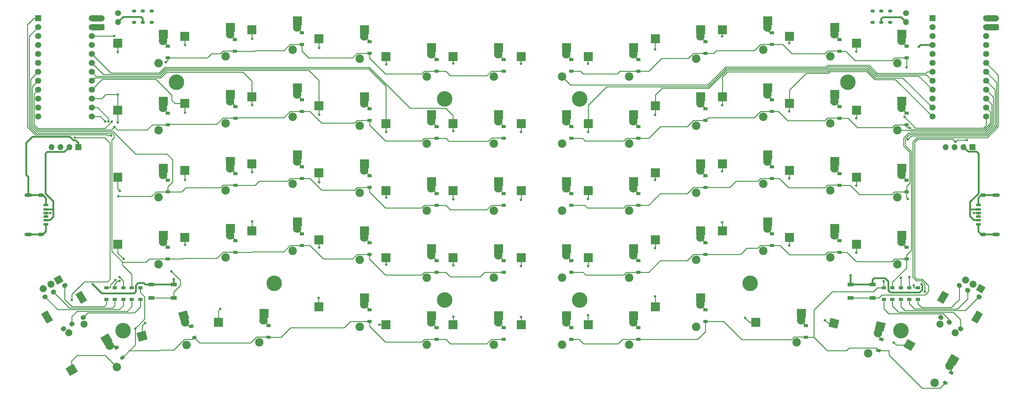
<source format=gbr>
G04 #@! TF.GenerationSoftware,KiCad,Pcbnew,(5.1.6)-1*
G04 #@! TF.CreationDate,2020-09-26T10:30:12+08:00*
G04 #@! TF.ProjectId,Cantaloupe,43616e74-616c-46f7-9570-652e6b696361,rev?*
G04 #@! TF.SameCoordinates,Original*
G04 #@! TF.FileFunction,Copper,L2,Bot*
G04 #@! TF.FilePolarity,Positive*
%FSLAX46Y46*%
G04 Gerber Fmt 4.6, Leading zero omitted, Abs format (unit mm)*
G04 Created by KiCad (PCBNEW (5.1.6)-1) date 2020-09-26 10:30:12*
%MOMM*%
%LPD*%
G01*
G04 APERTURE LIST*
G04 #@! TA.AperFunction,ComponentPad*
%ADD10O,1.200000X0.900000*%
G04 #@! TD*
G04 #@! TA.AperFunction,ComponentPad*
%ADD11O,1.700000X1.700000*%
G04 #@! TD*
G04 #@! TA.AperFunction,ComponentPad*
%ADD12C,1.700000*%
G04 #@! TD*
G04 #@! TA.AperFunction,ComponentPad*
%ADD13R,1.752600X1.752600*%
G04 #@! TD*
G04 #@! TA.AperFunction,ComponentPad*
%ADD14C,1.752600*%
G04 #@! TD*
G04 #@! TA.AperFunction,SMDPad,CuDef*
%ADD15R,2.550000X2.500000*%
G04 #@! TD*
G04 #@! TA.AperFunction,ComponentPad*
%ADD16C,2.400000*%
G04 #@! TD*
G04 #@! TA.AperFunction,SMDPad,CuDef*
%ADD17R,1.700000X1.000000*%
G04 #@! TD*
G04 #@! TA.AperFunction,ComponentPad*
%ADD18O,2.200000X1.000000*%
G04 #@! TD*
G04 #@! TA.AperFunction,ComponentPad*
%ADD19O,1.800000X1.000000*%
G04 #@! TD*
G04 #@! TA.AperFunction,SMDPad,CuDef*
%ADD20R,1.400000X0.800000*%
G04 #@! TD*
G04 #@! TA.AperFunction,ComponentPad*
%ADD21R,1.700000X1.700000*%
G04 #@! TD*
G04 #@! TA.AperFunction,ComponentPad*
%ADD22C,0.100000*%
G04 #@! TD*
G04 #@! TA.AperFunction,ComponentPad*
%ADD23C,2.000000*%
G04 #@! TD*
G04 #@! TA.AperFunction,SMDPad,CuDef*
%ADD24R,1.200000X0.900000*%
G04 #@! TD*
G04 #@! TA.AperFunction,SMDPad,CuDef*
%ADD25C,0.100000*%
G04 #@! TD*
G04 #@! TA.AperFunction,ComponentPad*
%ADD26C,4.400000*%
G04 #@! TD*
G04 #@! TA.AperFunction,ViaPad*
%ADD27C,0.700000*%
G04 #@! TD*
G04 #@! TA.AperFunction,Conductor*
%ADD28C,0.250000*%
G04 #@! TD*
G04 #@! TA.AperFunction,Conductor*
%ADD29C,0.500000*%
G04 #@! TD*
G04 #@! TA.AperFunction,Conductor*
%ADD30C,1.752600*%
G04 #@! TD*
G04 APERTURE END LIST*
D10*
X101157389Y-58950000D03*
X103657389Y-58950000D03*
X106157389Y-58950000D03*
X106157389Y-55750000D03*
X103657389Y-55750000D03*
X101157389Y-55750000D03*
X315996395Y-58950000D03*
X313496395Y-58950000D03*
X310996395Y-58950000D03*
X310996395Y-55750000D03*
X313496395Y-55750000D03*
X315996395Y-55750000D03*
D11*
X96657389Y-58890000D03*
D12*
X96657389Y-56350000D03*
D11*
X320496395Y-58890000D03*
D12*
X320496395Y-56350000D03*
D13*
X327982598Y-57813701D03*
D14*
X327982598Y-60353701D03*
X327982598Y-62893701D03*
X327982598Y-65433701D03*
X327982598Y-67973701D03*
X327982598Y-70513701D03*
X327982598Y-73053701D03*
X327982598Y-75593701D03*
X327982598Y-78133701D03*
X327982598Y-80673701D03*
X327982598Y-83213701D03*
X343222598Y-85753701D03*
X343222598Y-83213701D03*
X343222598Y-80673701D03*
X343222598Y-78133701D03*
X343222598Y-75593701D03*
X343222598Y-73053701D03*
X343222598Y-70513701D03*
X343222598Y-67973701D03*
X343222598Y-65433701D03*
X343222598Y-62893701D03*
X343222598Y-60353701D03*
X327982598Y-85753701D03*
X343222598Y-57813701D03*
X89171395Y-57813703D03*
X73931395Y-85753703D03*
X89171395Y-60353703D03*
X89171395Y-62893703D03*
X89171395Y-65433703D03*
X89171395Y-67973703D03*
X89171395Y-70513703D03*
X89171395Y-73053703D03*
X89171395Y-75593703D03*
X89171395Y-78133703D03*
X89171395Y-80673703D03*
X89171395Y-83213703D03*
X89171395Y-85753703D03*
X73931395Y-83213703D03*
X73931395Y-80673703D03*
X73931395Y-78133703D03*
X73931395Y-75593703D03*
X73931395Y-73053703D03*
X73931395Y-70513703D03*
X73931395Y-67973703D03*
X73931395Y-65433703D03*
X73931395Y-62893703D03*
X73931395Y-60353703D03*
D13*
X73931395Y-57813703D03*
D15*
X191822394Y-68656207D03*
X204749394Y-66116207D03*
D16*
X204657394Y-68046207D03*
X203407394Y-74346207D03*
D15*
X249261594Y-120726200D03*
X262188594Y-118186200D03*
D16*
X262096594Y-120116200D03*
X260846594Y-126416200D03*
D17*
X112430000Y-133470000D03*
X106130000Y-133470000D03*
X112430000Y-137270000D03*
X106130000Y-137270000D03*
X311024000Y-133470000D03*
X304724000Y-133470000D03*
X311024000Y-137270000D03*
X304724000Y-137270000D03*
D18*
X71127600Y-119223451D03*
X71127600Y-108073451D03*
D19*
X74727600Y-119223451D03*
X74727600Y-108073451D03*
D20*
X76127600Y-114148451D03*
X76127600Y-115168451D03*
X76127600Y-116398451D03*
X76127600Y-110898451D03*
X76127600Y-112128451D03*
X76127600Y-113148451D03*
D18*
X346021600Y-108073451D03*
X346021600Y-119223451D03*
D19*
X342421600Y-108073451D03*
X342421600Y-119223451D03*
D20*
X341021600Y-113148451D03*
X341021600Y-112128451D03*
X341021600Y-110898451D03*
X341021600Y-116398451D03*
X341021600Y-115168451D03*
X341021600Y-114148451D03*
D11*
X77722395Y-94400000D03*
X80262395Y-94400000D03*
X82802395Y-94400000D03*
D21*
X85342395Y-94400000D03*
D11*
X331786395Y-94400000D03*
X334326395Y-94400000D03*
X336866395Y-94400000D03*
D21*
X339406395Y-94400000D03*
G04 #@! TA.AperFunction,ComponentPad*
D22*
G36*
X330907913Y-135220000D02*
G01*
X332639963Y-136220000D01*
X331039963Y-138991282D01*
X329307913Y-137991282D01*
X330907913Y-135220000D01*
G37*
G04 #@! TD.AperFunction*
G04 #@! TA.AperFunction,ComponentPad*
G36*
X340607397Y-140820000D02*
G01*
X342339447Y-141820000D01*
X340739447Y-144591282D01*
X339007397Y-143591282D01*
X340607397Y-140820000D01*
G37*
G04 #@! TD.AperFunction*
D23*
X330158616Y-144717819D03*
X337408616Y-132160450D03*
X339573680Y-133410450D03*
G04 #@! TA.AperFunction,ComponentPad*
D22*
G36*
X341372719Y-133294425D02*
G01*
X343104769Y-134294425D01*
X342104769Y-136026475D01*
X340372719Y-135026475D01*
X341372719Y-133294425D01*
G37*
G04 #@! TD.AperFunction*
D23*
X334488744Y-147217819D03*
D15*
X306411595Y-121996203D03*
X319338595Y-119456203D03*
D16*
X319246595Y-121386203D03*
X317996595Y-127686203D03*
G04 #@! TA.AperFunction,ComponentPad*
D22*
G36*
X74814542Y-141820002D02*
G01*
X76546592Y-140820002D01*
X78146592Y-143591284D01*
X76414542Y-144591284D01*
X74814542Y-141820002D01*
G37*
G04 #@! TD.AperFunction*
G04 #@! TA.AperFunction,ComponentPad*
G36*
X84514026Y-136220002D02*
G01*
X86246076Y-135220002D01*
X87846076Y-137991284D01*
X86114026Y-138991284D01*
X84514026Y-136220002D01*
G37*
G04 #@! TD.AperFunction*
D23*
X82665245Y-147217821D03*
X75415245Y-134660452D03*
X77580309Y-133410452D03*
G04 #@! TA.AperFunction,ComponentPad*
D22*
G36*
X78379348Y-131794427D02*
G01*
X80111398Y-130794427D01*
X81111398Y-132526477D01*
X79379348Y-133526477D01*
X78379348Y-131794427D01*
G37*
G04 #@! TD.AperFunction*
D23*
X86995373Y-144717821D03*
D24*
X100545395Y-134411206D03*
X100545395Y-137711206D03*
X93306401Y-137711202D03*
X93306401Y-134411202D03*
X98132395Y-134411203D03*
X98132395Y-137711203D03*
X95719395Y-134411204D03*
X95719395Y-137711204D03*
X102958394Y-134411203D03*
X102958394Y-137711203D03*
X323847592Y-134411203D03*
X323847592Y-137711203D03*
X314195598Y-134411203D03*
X314195598Y-137711203D03*
X321434594Y-134411204D03*
X321434594Y-137711204D03*
X316608596Y-134411202D03*
X316608596Y-137711202D03*
X319021595Y-134411203D03*
X319021595Y-137711203D03*
D15*
X306411593Y-83896204D03*
X319338593Y-81356204D03*
D16*
X319246593Y-83286204D03*
X317996593Y-89586204D03*
D24*
X320640346Y-84786206D03*
X320640346Y-88086206D03*
D15*
X211161597Y-68656205D03*
X224088597Y-66116205D03*
D16*
X223996597Y-68046205D03*
X222746597Y-74346205D03*
D15*
X211161600Y-87706200D03*
X224088600Y-85166200D03*
D16*
X223996600Y-87096200D03*
X222746600Y-93396200D03*
D15*
X211161591Y-106756201D03*
X224088591Y-104216201D03*
D16*
X223996591Y-106146201D03*
X222746591Y-112446201D03*
D15*
X211161594Y-125806203D03*
X224088594Y-123266203D03*
D16*
X223996594Y-125196203D03*
X222746594Y-131496203D03*
D15*
X211161593Y-144856205D03*
X224088593Y-142316205D03*
D16*
X223996593Y-144246205D03*
X222746593Y-150546205D03*
D15*
X230211595Y-87706205D03*
X243138595Y-85166205D03*
D16*
X243046595Y-87096205D03*
X241796595Y-93396205D03*
D15*
X230211593Y-106756202D03*
X243138593Y-104216202D03*
D16*
X243046593Y-106146202D03*
X241796593Y-112446202D03*
D15*
X230211595Y-125806201D03*
X243138595Y-123266201D03*
D16*
X243046595Y-125196201D03*
X241796595Y-131496201D03*
D15*
X230211594Y-144856201D03*
X243138594Y-142316201D03*
D16*
X243046594Y-144246201D03*
X241796594Y-150546201D03*
D15*
X249261595Y-63576206D03*
X262188595Y-61036206D03*
D16*
X262096595Y-62966206D03*
X260846595Y-69266206D03*
D15*
X249261594Y-82626201D03*
X262188594Y-80086201D03*
D16*
X262096594Y-82016201D03*
X260846594Y-88316201D03*
D15*
X249261591Y-101676206D03*
X262188591Y-99136206D03*
D16*
X262096591Y-101066206D03*
X260846591Y-107366206D03*
D15*
X249261594Y-139776203D03*
X262188594Y-137236203D03*
D16*
X262096594Y-139166203D03*
X260846594Y-145466203D03*
D15*
X268311597Y-61036202D03*
X281238597Y-58496202D03*
D16*
X281146597Y-60426202D03*
X279896597Y-66726202D03*
D15*
X268311595Y-80086204D03*
X281238595Y-77546204D03*
D16*
X281146595Y-79476204D03*
X279896595Y-85776204D03*
D15*
X268311595Y-118186201D03*
X281238595Y-115646201D03*
D16*
X281146595Y-117576201D03*
X279896595Y-123876201D03*
D15*
X287361596Y-62941205D03*
X300288596Y-60401205D03*
D16*
X300196596Y-62331205D03*
X298946596Y-68631205D03*
D15*
X287361597Y-81991205D03*
X300288597Y-79451205D03*
D16*
X300196597Y-81381205D03*
X298946597Y-87681205D03*
D15*
X287361596Y-101041202D03*
X300288596Y-98501202D03*
D16*
X300196596Y-100431202D03*
X298946596Y-106731202D03*
D15*
X277836595Y-144221203D03*
X290763595Y-141681203D03*
D16*
X290671595Y-143611203D03*
X289421595Y-149911203D03*
D15*
X306411592Y-102946204D03*
X319338592Y-100406204D03*
D16*
X319246592Y-102336204D03*
X317996592Y-108636204D03*
G04 #@! TA.AperFunction,SMDPad,CuDef*
D25*
G36*
X301550291Y-143615910D02*
G01*
X300903244Y-146030725D01*
X298440133Y-145370736D01*
X299087180Y-142955921D01*
X301550291Y-143615910D01*
G37*
G04 #@! TD.AperFunction*
G04 #@! TA.AperFunction,SMDPad,CuDef*
G36*
X314694214Y-144508213D02*
G01*
X314047167Y-146923028D01*
X311584056Y-146263039D01*
X312231103Y-143848224D01*
X314694214Y-144508213D01*
G37*
G04 #@! TD.AperFunction*
D16*
X312550749Y-147226051D03*
X309712782Y-152987860D03*
G04 #@! TA.AperFunction,SMDPad,CuDef*
D25*
G36*
X323162072Y-150216193D02*
G01*
X321912072Y-152381257D01*
X319703708Y-151106257D01*
X320953708Y-148941193D01*
X323162072Y-150216193D01*
G37*
G04 #@! TD.AperFunction*
G04 #@! TA.AperFunction,SMDPad,CuDef*
G36*
X335627182Y-154479989D02*
G01*
X334377182Y-156645053D01*
X332168818Y-155370053D01*
X333418818Y-153204989D01*
X335627182Y-154479989D01*
G37*
G04 #@! TD.AperFunction*
D16*
X332853326Y-156550450D03*
X328620794Y-161381410D03*
D15*
X191822392Y-87706201D03*
X204749392Y-85166201D03*
D16*
X204657392Y-87096201D03*
X203407392Y-93396201D03*
D15*
X191822401Y-106756201D03*
X204749401Y-104216201D03*
D16*
X204657401Y-106146201D03*
X203407401Y-112446201D03*
D15*
X191822396Y-125806202D03*
X204749396Y-123266202D03*
D16*
X204657396Y-125196202D03*
X203407396Y-131496202D03*
D15*
X191822399Y-144856203D03*
X204749399Y-142316203D03*
D16*
X204657399Y-144246203D03*
X203407399Y-150546203D03*
D15*
X172772395Y-68656202D03*
X185699395Y-66116202D03*
D16*
X185607395Y-68046202D03*
X184357395Y-74346202D03*
D15*
X172772393Y-87706204D03*
X185699393Y-85166204D03*
D16*
X185607393Y-87096204D03*
X184357393Y-93396204D03*
D15*
X172772396Y-106756203D03*
X185699396Y-104216203D03*
D16*
X185607396Y-106146203D03*
X184357396Y-112446203D03*
D15*
X172772396Y-125806202D03*
X185699396Y-123266202D03*
D16*
X185607396Y-125196202D03*
X184357396Y-131496202D03*
D15*
X172772396Y-144856201D03*
X185699396Y-142316201D03*
D16*
X185607396Y-144246201D03*
X184357396Y-150546201D03*
D15*
X153722395Y-63576203D03*
X166649395Y-61036203D03*
D16*
X166557395Y-62966203D03*
X165307395Y-69266203D03*
D15*
X153722393Y-101676203D03*
X166649393Y-99136203D03*
D16*
X166557393Y-101066203D03*
X165307393Y-107366203D03*
D15*
X153722396Y-139776200D03*
X166649396Y-137236200D03*
D16*
X166557396Y-139166200D03*
X165307396Y-145466200D03*
D15*
X134672393Y-61036202D03*
X147599393Y-58496202D03*
D16*
X147507393Y-60426202D03*
X146257393Y-66726202D03*
D15*
X134672398Y-80086206D03*
X147599398Y-77546206D03*
D16*
X147507398Y-79476206D03*
X146257398Y-85776206D03*
D15*
X134672398Y-118186204D03*
X147599398Y-115646204D03*
D16*
X147507398Y-117576204D03*
X146257398Y-123876204D03*
D15*
X115622395Y-62941207D03*
X128549395Y-60401207D03*
D16*
X128457395Y-62331207D03*
X127207395Y-68631207D03*
D15*
X115622396Y-81991205D03*
X128549396Y-79451205D03*
D16*
X128457396Y-81381205D03*
X127207396Y-87681205D03*
D15*
X115622396Y-101041205D03*
X128549396Y-98501205D03*
D16*
X128457396Y-100431205D03*
X127207396Y-106731205D03*
D15*
X115622393Y-120091203D03*
X128549393Y-117551203D03*
D16*
X128457393Y-119481203D03*
X127207393Y-125781203D03*
D15*
X125147393Y-144221204D03*
X138074393Y-141681204D03*
D16*
X137982393Y-143611204D03*
X136732393Y-149911204D03*
D15*
X96572389Y-64846200D03*
X109499389Y-62306200D03*
D16*
X109407389Y-64236200D03*
X108157389Y-70536200D03*
D15*
X96572398Y-83896203D03*
X109499398Y-81356203D03*
D16*
X109407398Y-83286203D03*
X108157398Y-89586203D03*
D15*
X96572396Y-102946202D03*
X109499396Y-100406202D03*
D16*
X109407396Y-102336202D03*
X108157396Y-108636202D03*
D15*
X96572395Y-121996203D03*
X109499395Y-119456203D03*
D16*
X109407395Y-121386203D03*
X108157395Y-127686203D03*
G04 #@! TA.AperFunction,SMDPad,CuDef*
D25*
G36*
X104379644Y-146623383D02*
G01*
X105026691Y-149038198D01*
X102563580Y-149698187D01*
X101916533Y-147283372D01*
X104379644Y-146623383D01*
G37*
G04 #@! TD.AperFunction*
G04 #@! TA.AperFunction,SMDPad,CuDef*
G36*
X116208767Y-140824178D02*
G01*
X116855814Y-143238993D01*
X114392703Y-143898982D01*
X113745656Y-141484167D01*
X116208767Y-140824178D01*
G37*
G04 #@! TD.AperFunction*
D16*
X115711391Y-144249628D03*
X116134543Y-150658485D03*
G04 #@! TA.AperFunction,SMDPad,CuDef*
D25*
G36*
X83928700Y-156026193D02*
G01*
X85178700Y-158191257D01*
X82970336Y-159466257D01*
X81720336Y-157301193D01*
X83928700Y-156026193D01*
G37*
G04 #@! TD.AperFunction*
G04 #@! TA.AperFunction,SMDPad,CuDef*
G36*
X93853810Y-147362989D02*
G01*
X95103810Y-149528053D01*
X92895446Y-150803053D01*
X91645446Y-148637989D01*
X93853810Y-147362989D01*
G37*
G04 #@! TD.AperFunction*
D16*
X94259954Y-150800450D03*
X96327422Y-156881410D03*
D15*
X306411597Y-64846202D03*
X319338597Y-62306202D03*
D16*
X319246597Y-64236202D03*
X317996597Y-70536202D03*
D15*
X268311595Y-99136205D03*
X281238595Y-96596205D03*
D16*
X281146595Y-98526205D03*
X279896595Y-104826205D03*
D15*
X230211592Y-68656200D03*
X243138592Y-66116200D03*
D16*
X243046592Y-68046200D03*
X241796592Y-74346200D03*
D15*
X287361597Y-120091208D03*
X300288597Y-117551208D03*
D16*
X300196597Y-119481208D03*
X298946597Y-125781208D03*
D15*
X134672395Y-99136203D03*
X147599395Y-96596203D03*
D16*
X147507395Y-98526203D03*
X146257395Y-104826203D03*
D15*
X153722397Y-120726203D03*
X166649397Y-118186203D03*
D16*
X166557397Y-120116203D03*
X165307397Y-126416203D03*
D15*
X153722396Y-82626204D03*
X166649396Y-80086204D03*
D16*
X166557396Y-82016204D03*
X165307396Y-88316204D03*
D11*
X345952598Y-57811203D03*
D21*
X345952598Y-60351203D03*
D11*
X91882395Y-57811203D03*
D21*
X91882395Y-60351203D03*
D24*
X320640347Y-65736203D03*
X320640347Y-69036203D03*
G04 #@! TA.AperFunction,ComponentPad*
G36*
G01*
X76314829Y-137518577D02*
X76141623Y-137618577D01*
G75*
G02*
X75219556Y-137371510I-337500J584567D01*
G01*
X75219556Y-137371510D01*
G75*
G02*
X75466623Y-136449443I584567J337500D01*
G01*
X75639829Y-136349443D01*
G75*
G02*
X76561896Y-136596510I337500J-584567D01*
G01*
X76561896Y-136596510D01*
G75*
G02*
X76314829Y-137518577I-584567J-337500D01*
G01*
G37*
G04 #@! TD.AperFunction*
G04 #@! TA.AperFunction,ComponentPad*
G36*
G01*
X81564829Y-146611843D02*
X81391623Y-146711843D01*
G75*
G02*
X80469556Y-146464776I-337500J584567D01*
G01*
X80469556Y-146464776D01*
G75*
G02*
X80716623Y-145542709I584567J337500D01*
G01*
X80889829Y-145442709D01*
G75*
G02*
X81811896Y-145689776I337500J-584567D01*
G01*
X81811896Y-145689776D01*
G75*
G02*
X81564829Y-146611843I-584567J-337500D01*
G01*
G37*
G04 #@! TD.AperFunction*
G04 #@! TA.AperFunction,ComponentPad*
G36*
G01*
X83946399Y-145236843D02*
X83773193Y-145336843D01*
G75*
G02*
X82851126Y-145089776I-337500J584567D01*
G01*
X82851126Y-145089776D01*
G75*
G02*
X83098193Y-144167709I584567J337500D01*
G01*
X83271399Y-144067709D01*
G75*
G02*
X84193466Y-144314776I337500J-584567D01*
G01*
X84193466Y-144314776D01*
G75*
G02*
X83946399Y-145236843I-584567J-337500D01*
G01*
G37*
G04 #@! TD.AperFunction*
G04 #@! TA.AperFunction,ComponentPad*
G36*
G01*
X78696399Y-136143577D02*
X78523193Y-136243577D01*
G75*
G02*
X77601126Y-135996510I-337500J584567D01*
G01*
X77601126Y-135996510D01*
G75*
G02*
X77848193Y-135074443I584567J337500D01*
G01*
X78021399Y-134974443D01*
G75*
G02*
X78943466Y-135221510I337500J-584567D01*
G01*
X78943466Y-135221510D01*
G75*
G02*
X78696399Y-136143577I-584567J-337500D01*
G01*
G37*
G04 #@! TD.AperFunction*
G04 #@! TA.AperFunction,ComponentPad*
G36*
G01*
X87185334Y-143366843D02*
X87012128Y-143466843D01*
G75*
G02*
X86090061Y-143219776I-337500J584567D01*
G01*
X86090061Y-143219776D01*
G75*
G02*
X86337128Y-142297709I584567J337500D01*
G01*
X86510334Y-142197709D01*
G75*
G02*
X87432401Y-142444776I337500J-584567D01*
G01*
X87432401Y-142444776D01*
G75*
G02*
X87185334Y-143366843I-584567J-337500D01*
G01*
G37*
G04 #@! TD.AperFunction*
G04 #@! TA.AperFunction,ComponentPad*
G36*
G01*
X81935334Y-134273577D02*
X81762128Y-134373577D01*
G75*
G02*
X80840061Y-134126510I-337500J584567D01*
G01*
X80840061Y-134126510D01*
G75*
G02*
X81087128Y-133204443I584567J337500D01*
G01*
X81260334Y-133104443D01*
G75*
G02*
X82182401Y-133351510I337500J-584567D01*
G01*
X82182401Y-133351510D01*
G75*
G02*
X81935334Y-134273577I-584567J-337500D01*
G01*
G37*
G04 #@! TD.AperFunction*
G04 #@! TA.AperFunction,ComponentPad*
G36*
G01*
X335383200Y-134368575D02*
X335209994Y-134268575D01*
G75*
G02*
X334962927Y-133346508I337500J584567D01*
G01*
X334962927Y-133346508D01*
G75*
G02*
X335884994Y-133099441I584567J-337500D01*
G01*
X336058200Y-133199441D01*
G75*
G02*
X336305267Y-134121508I-337500J-584567D01*
G01*
X336305267Y-134121508D01*
G75*
G02*
X335383200Y-134368575I-584567J337500D01*
G01*
G37*
G04 #@! TD.AperFunction*
G04 #@! TA.AperFunction,ComponentPad*
G36*
G01*
X330133200Y-143461841D02*
X329959994Y-143361841D01*
G75*
G02*
X329712927Y-142439774I337500J584567D01*
G01*
X329712927Y-142439774D01*
G75*
G02*
X330634994Y-142192707I584567J-337500D01*
G01*
X330808200Y-142292707D01*
G75*
G02*
X331055267Y-143214774I-337500J-584567D01*
G01*
X331055267Y-143214774D01*
G75*
G02*
X330133200Y-143461841I-584567J337500D01*
G01*
G37*
G04 #@! TD.AperFunction*
G04 #@! TA.AperFunction,ComponentPad*
G36*
G01*
X332514770Y-144836841D02*
X332341564Y-144736841D01*
G75*
G02*
X332094497Y-143814774I337500J584567D01*
G01*
X332094497Y-143814774D01*
G75*
G02*
X333016564Y-143567707I584567J-337500D01*
G01*
X333189770Y-143667707D01*
G75*
G02*
X333436837Y-144589774I-337500J-584567D01*
G01*
X333436837Y-144589774D01*
G75*
G02*
X332514770Y-144836841I-584567J337500D01*
G01*
G37*
G04 #@! TD.AperFunction*
G04 #@! TA.AperFunction,ComponentPad*
G36*
G01*
X337764770Y-135743575D02*
X337591564Y-135643575D01*
G75*
G02*
X337344497Y-134721508I337500J584567D01*
G01*
X337344497Y-134721508D01*
G75*
G02*
X338266564Y-134474441I584567J-337500D01*
G01*
X338439770Y-134574441D01*
G75*
G02*
X338686837Y-135496508I-337500J-584567D01*
G01*
X338686837Y-135496508D01*
G75*
G02*
X337764770Y-135743575I-584567J337500D01*
G01*
G37*
G04 #@! TD.AperFunction*
G04 #@! TA.AperFunction,ComponentPad*
G36*
G01*
X335753705Y-146706841D02*
X335580499Y-146606841D01*
G75*
G02*
X335333432Y-145684774I337500J584567D01*
G01*
X335333432Y-145684774D01*
G75*
G02*
X336255499Y-145437707I584567J-337500D01*
G01*
X336428705Y-145537707D01*
G75*
G02*
X336675772Y-146459774I-337500J-584567D01*
G01*
X336675772Y-146459774D01*
G75*
G02*
X335753705Y-146706841I-584567J337500D01*
G01*
G37*
G04 #@! TD.AperFunction*
G04 #@! TA.AperFunction,ComponentPad*
G36*
G01*
X341003705Y-137613575D02*
X340830499Y-137513575D01*
G75*
G02*
X340583432Y-136591508I337500J584567D01*
G01*
X340583432Y-136591508D01*
G75*
G02*
X341505499Y-136344441I584567J-337500D01*
G01*
X341678705Y-136444441D01*
G75*
G02*
X341925772Y-137366508I-337500J-584567D01*
G01*
X341925772Y-137366508D01*
G75*
G02*
X341003705Y-137613575I-584567J337500D01*
G01*
G37*
G04 #@! TD.AperFunction*
G04 #@! TA.AperFunction,SMDPad,CuDef*
D25*
G36*
X333604960Y-159236070D02*
G01*
X332565730Y-158636070D01*
X333015730Y-157856648D01*
X334054960Y-158456648D01*
X333604960Y-159236070D01*
G37*
G04 #@! TD.AperFunction*
G04 #@! TA.AperFunction,SMDPad,CuDef*
G36*
X331954960Y-162093954D02*
G01*
X330915730Y-161493954D01*
X331365730Y-160714532D01*
X332404960Y-161314532D01*
X331954960Y-162093954D01*
G37*
G04 #@! TD.AperFunction*
D24*
X244440345Y-126696204D03*
X244440345Y-129996204D03*
X263490345Y-102566206D03*
X263490345Y-105866206D03*
X301590347Y-120981206D03*
X301590347Y-124281206D03*
X225390344Y-107646203D03*
X225390344Y-110946203D03*
X282381593Y-119076202D03*
X282381593Y-122376202D03*
X225390345Y-126696204D03*
X225390345Y-129996204D03*
X225390344Y-88596205D03*
X225390344Y-91896205D03*
X244440345Y-69546204D03*
X244440345Y-72846204D03*
X301590348Y-101931208D03*
X301590348Y-105231208D03*
X282381595Y-80976206D03*
X282381595Y-84276206D03*
X244440345Y-88596201D03*
X244440345Y-91896201D03*
G04 #@! TA.AperFunction,SMDPad,CuDef*
D25*
G36*
X313971867Y-149625627D02*
G01*
X312812756Y-149315044D01*
X313045693Y-148445711D01*
X314204804Y-148756294D01*
X313971867Y-149625627D01*
G37*
G04 #@! TD.AperFunction*
G04 #@! TA.AperFunction,SMDPad,CuDef*
G36*
X313117765Y-152813183D02*
G01*
X311958654Y-152502600D01*
X312191591Y-151633267D01*
X313350702Y-151943850D01*
X313117765Y-152813183D01*
G37*
G04 #@! TD.AperFunction*
D24*
X168109895Y-83516206D03*
X168109895Y-86816206D03*
X206209894Y-88596202D03*
X206209894Y-91896202D03*
X187159897Y-107646205D03*
X187159897Y-110946205D03*
X244440345Y-107646204D03*
X244440345Y-110946204D03*
X282381593Y-100026202D03*
X282381593Y-103326202D03*
X168109891Y-64466205D03*
X168109891Y-67766205D03*
X206209895Y-69546206D03*
X206209895Y-72846206D03*
X206209895Y-145746205D03*
X206209895Y-149046205D03*
X263490345Y-121616206D03*
X263490345Y-124916206D03*
X301590346Y-82881203D03*
X301590346Y-86181203D03*
X301590348Y-63831205D03*
X301590348Y-67131205D03*
X244440345Y-145746204D03*
X244440345Y-149046204D03*
X263490344Y-140666206D03*
X263490344Y-143966206D03*
X187159895Y-69546204D03*
X187159895Y-72846204D03*
X282381593Y-61926202D03*
X282381593Y-65226202D03*
X263490344Y-64466204D03*
X263490344Y-67766204D03*
X187159896Y-88596203D03*
X187159896Y-91896203D03*
X263490341Y-83516207D03*
X263490341Y-86816207D03*
X206209892Y-107646204D03*
X206209892Y-110946204D03*
X187159895Y-126696204D03*
X187159895Y-129996204D03*
X187159895Y-145746204D03*
X187159895Y-149046204D03*
X320640346Y-122886205D03*
X320640346Y-126186205D03*
X320640345Y-103836205D03*
X320640345Y-107136205D03*
X148901143Y-119076202D03*
X148901143Y-122376202D03*
X148901143Y-61926202D03*
X148901143Y-65226202D03*
X110801145Y-122886199D03*
X110801145Y-126186199D03*
G04 #@! TA.AperFunction,SMDPad,CuDef*
D25*
G36*
X118141902Y-145617162D02*
G01*
X116982791Y-145927745D01*
X116749854Y-145058412D01*
X117908965Y-144747829D01*
X118141902Y-145617162D01*
G37*
G04 #@! TD.AperFunction*
G04 #@! TA.AperFunction,SMDPad,CuDef*
G36*
X118996004Y-148804718D02*
G01*
X117836893Y-149115301D01*
X117603956Y-148245968D01*
X118763067Y-147935385D01*
X118996004Y-148804718D01*
G37*
G04 #@! TD.AperFunction*
G04 #@! TA.AperFunction,SMDPad,CuDef*
G36*
X96961592Y-151492323D02*
G01*
X95922362Y-152092323D01*
X95472362Y-151312901D01*
X96511592Y-150712901D01*
X96961592Y-151492323D01*
G37*
G04 #@! TD.AperFunction*
G04 #@! TA.AperFunction,SMDPad,CuDef*
G36*
X98611592Y-154350207D02*
G01*
X97572362Y-154950207D01*
X97122362Y-154170785D01*
X98161592Y-153570785D01*
X98611592Y-154350207D01*
G37*
G04 #@! TD.AperFunction*
D24*
X148901143Y-80976202D03*
X148901143Y-84276202D03*
X139376143Y-145111201D03*
X139376143Y-148411201D03*
X110801144Y-84786202D03*
X110801144Y-88086202D03*
X168109895Y-140666206D03*
X168109895Y-143966206D03*
X129851143Y-63831206D03*
X129851143Y-67131206D03*
X110801144Y-103836203D03*
X110801144Y-107136203D03*
X130009897Y-101931206D03*
X130009897Y-105231206D03*
X130009896Y-120981204D03*
X130009896Y-124281204D03*
X168109895Y-102566206D03*
X168109895Y-105866206D03*
X168109894Y-121616206D03*
X168109894Y-124916206D03*
X130009897Y-82881206D03*
X130009897Y-86181206D03*
X110801144Y-65736203D03*
X110801144Y-69036203D03*
X206209895Y-126696204D03*
X206209895Y-129996204D03*
X148901144Y-100026205D03*
X148901144Y-103326205D03*
X292065344Y-145111204D03*
X292065344Y-148411204D03*
D26*
X113182400Y-75958700D03*
X189382400Y-137871200D03*
X319052858Y-146602450D03*
X189382400Y-80721200D03*
X303971600Y-75958700D03*
X227797008Y-137871200D03*
X276190358Y-133108700D03*
D24*
X225390345Y-145746204D03*
X225390345Y-149046204D03*
X225390346Y-69546200D03*
X225390346Y-72846200D03*
D26*
X227771600Y-80721200D03*
X140963650Y-133108700D03*
X98101150Y-146602450D03*
D27*
X320056581Y-85821205D03*
X322726395Y-133698249D03*
X320640347Y-71709701D03*
X321544568Y-88923451D03*
X321426395Y-131311203D03*
X320996395Y-109150000D03*
X319021595Y-131552327D03*
X321003403Y-92216701D03*
X314176395Y-132511203D03*
X306384594Y-67297305D03*
X306384594Y-86220305D03*
X306384594Y-105397305D03*
X306384594Y-124447305D03*
X317052595Y-149936205D03*
X268284594Y-62979305D03*
X268284594Y-115811305D03*
X268284594Y-101333305D03*
X268284594Y-82537305D03*
X274761595Y-142951205D03*
X287334594Y-103365305D03*
X287334594Y-122415305D03*
X287334594Y-64884305D03*
X287334594Y-84315305D03*
X297494595Y-143586205D03*
X211134594Y-142735305D03*
X211134594Y-90157305D03*
X211134594Y-70726305D03*
X211134594Y-128257305D03*
X211134594Y-109461305D03*
X230184594Y-142227305D03*
X230184594Y-90157305D03*
X230184594Y-70726305D03*
X230184594Y-109207305D03*
X230184594Y-128257305D03*
X249234594Y-103746305D03*
X249234594Y-123177305D03*
X249234594Y-85331305D03*
X249234594Y-66662305D03*
X249234594Y-136893305D03*
X325851597Y-135498451D03*
X110210597Y-70307205D03*
X95824592Y-132169006D03*
X94882395Y-87161203D03*
X97071385Y-132461203D03*
X95582395Y-88711203D03*
X96748592Y-108407200D03*
X97071385Y-131348451D03*
X94646369Y-91097229D03*
X101507597Y-145998451D03*
X339826597Y-113148451D03*
X77426597Y-113148451D03*
X334512400Y-92918447D03*
X337726228Y-92372275D03*
X111782597Y-129748451D03*
X95562345Y-62893703D03*
X191858895Y-89865203D03*
X191858895Y-128028703D03*
X191858895Y-109232703D03*
X191858895Y-142633703D03*
X191858895Y-70624703D03*
X172808895Y-90119203D03*
X172808895Y-108724703D03*
X170840394Y-144856207D03*
X172808895Y-70878703D03*
X172808895Y-127774703D03*
X153758895Y-85166203D03*
X153631895Y-137236203D03*
X153758895Y-104406703D03*
X153758895Y-122948703D03*
X153758895Y-66243203D03*
X134708895Y-63639703D03*
X134708895Y-82499203D03*
X134708895Y-101549203D03*
X134708895Y-115519203D03*
X125704595Y-140411205D03*
X115658895Y-65417703D03*
X115658895Y-122186703D03*
X115658895Y-84594703D03*
X115658895Y-103708203D03*
X104368595Y-144348205D03*
X98196395Y-126187203D03*
X96572389Y-67435403D03*
X96572398Y-87403006D03*
X97138897Y-106843907D03*
X96572398Y-79438252D03*
X83507597Y-137848451D03*
X84378262Y-91692761D03*
X93935377Y-87153626D03*
X93011269Y-87123139D03*
X324876597Y-133373451D03*
X304724000Y-130817013D03*
X324144015Y-65886203D03*
X89407597Y-133373451D03*
X112430000Y-131923013D03*
D28*
X224088597Y-66116205D02*
X224088597Y-67992454D01*
X224088597Y-67992454D02*
X225390346Y-69294203D01*
X224088600Y-87169461D02*
X225390344Y-88471205D01*
X224088600Y-85166200D02*
X224088600Y-87169461D01*
X224088591Y-104216201D02*
X224088591Y-106219450D01*
X224088591Y-106219450D02*
X225390344Y-107521203D01*
X224088594Y-123266203D02*
X224088594Y-125269453D01*
X224088594Y-125269453D02*
X225390345Y-126571204D01*
X224088593Y-142316205D02*
X224088593Y-144319452D01*
X224088593Y-144319452D02*
X225390345Y-145621204D01*
X243138592Y-66116200D02*
X243138592Y-68119451D01*
X243138592Y-68119451D02*
X244440345Y-69421204D01*
X243138595Y-87169451D02*
X244440345Y-88471201D01*
X243138595Y-85166205D02*
X243138595Y-87169451D01*
X243138593Y-104216202D02*
X243138593Y-106219452D01*
X243138593Y-106219452D02*
X244440345Y-107521204D01*
X243138595Y-123266201D02*
X243138595Y-125269454D01*
X243138595Y-125269454D02*
X244440345Y-126571204D01*
X243138594Y-142316201D02*
X243138594Y-144319453D01*
X243138594Y-144319453D02*
X244440345Y-145621204D01*
X262188595Y-63039455D02*
X263490344Y-64341204D01*
X261594595Y-61036206D02*
X261594595Y-63039455D01*
X262188594Y-82089460D02*
X263490341Y-83391207D01*
X262188594Y-80086201D02*
X262188594Y-82089460D01*
X262188591Y-101139452D02*
X263490345Y-102441206D01*
X262188591Y-99136206D02*
X262188591Y-101139452D01*
X262188594Y-118186200D02*
X262188594Y-120189455D01*
X262188594Y-120189455D02*
X263490345Y-121491206D01*
X262188594Y-139239456D02*
X263490344Y-140541206D01*
X262188594Y-137236203D02*
X262188594Y-139239456D01*
X280644597Y-58496202D02*
X280644597Y-60658206D01*
X280644597Y-60658206D02*
X281787593Y-61801202D01*
X281238595Y-77546204D02*
X281238595Y-79708206D01*
X281238595Y-79708206D02*
X282381595Y-80851206D01*
X281238595Y-98758204D02*
X282381593Y-99901202D01*
X281238595Y-96596205D02*
X281238595Y-98758204D01*
X281238595Y-117808204D02*
X282381593Y-118951202D01*
X281238595Y-115646201D02*
X281238595Y-117808204D01*
X299694596Y-60401205D02*
X299694596Y-62404453D01*
X300288596Y-62404453D02*
X301590348Y-63706205D01*
X300288597Y-79451205D02*
X300288597Y-81454454D01*
X300288597Y-81454454D02*
X301590346Y-82756203D01*
X300288596Y-98501202D02*
X300288596Y-100504456D01*
X300288596Y-100504456D02*
X301590348Y-101806208D01*
X300288597Y-117551208D02*
X300288597Y-119554456D01*
X300288597Y-119554456D02*
X301590347Y-120856206D01*
X290763595Y-143809455D02*
X292065344Y-145111204D01*
X290763595Y-141681203D02*
X290763595Y-143809455D01*
X319338597Y-62306202D02*
X319338597Y-64309453D01*
X319338597Y-64309453D02*
X320640347Y-65611203D01*
X319338593Y-81356204D02*
X319338593Y-83359453D01*
X319338593Y-83359453D02*
X320640346Y-84661206D01*
X319338592Y-102409452D02*
X320640345Y-103711205D01*
X319338592Y-100406204D02*
X319338592Y-102409452D01*
X319338595Y-119456203D02*
X319338595Y-121459454D01*
X319338595Y-121459454D02*
X320640346Y-122761205D01*
X312550749Y-148077638D02*
X313508780Y-149035669D01*
X312550749Y-147226051D02*
X312550749Y-148077638D01*
X312550749Y-145974012D02*
X313139135Y-145385626D01*
X312550749Y-147226051D02*
X312550749Y-145974012D01*
X335634097Y-133734008D02*
X335634097Y-137703461D01*
X335634097Y-137703461D02*
X333376395Y-139961163D01*
X333376395Y-139961163D02*
X324876355Y-139961163D01*
X323847592Y-138932400D02*
X323847592Y-137711203D01*
X324876355Y-139961163D02*
X323847592Y-138932400D01*
X333372846Y-155450175D02*
X333898000Y-154925021D01*
X333372846Y-158438109D02*
X333372846Y-155450175D01*
X332853326Y-155969695D02*
X333898000Y-154925021D01*
X332853326Y-156550450D02*
X332853326Y-155969695D01*
X282381593Y-65226202D02*
X285428602Y-65226202D01*
X301590348Y-67131205D02*
X303411599Y-67131205D01*
X303411599Y-67131205D02*
X306041597Y-69761203D01*
X301565347Y-67106204D02*
X301590348Y-67131205D01*
X297464593Y-67856206D02*
X298214595Y-67106204D01*
X298214595Y-67106204D02*
X301565347Y-67106204D01*
X288058606Y-67856206D02*
X297464593Y-67856206D01*
X285428602Y-65226202D02*
X288058606Y-67856206D01*
X320615345Y-69011201D02*
X320640347Y-69036203D01*
X317264596Y-69011201D02*
X320615345Y-69011201D01*
X306041597Y-69761203D02*
X316514594Y-69761203D01*
X316514594Y-69761203D02*
X317264596Y-69011201D01*
X265872598Y-67766204D02*
X263490344Y-67766204D01*
X238436593Y-73571201D02*
X228751603Y-73571201D01*
X228751603Y-73571201D02*
X228026602Y-72846200D01*
X239186595Y-72821199D02*
X238436593Y-73571201D01*
X244415340Y-72821199D02*
X239186595Y-72821199D01*
X244440345Y-72846204D02*
X244415340Y-72821199D01*
X228026602Y-72846200D02*
X225390346Y-72846200D01*
X282356592Y-65201201D02*
X282381593Y-65226202D01*
X279164596Y-65201201D02*
X282356592Y-65201201D01*
X277364596Y-67001201D02*
X279164596Y-65201201D01*
X266637601Y-67001201D02*
X277364596Y-67001201D01*
X265872598Y-67766204D02*
X266637601Y-67001201D01*
X323847592Y-134411203D02*
X322876395Y-134411203D01*
X322876395Y-134411203D02*
X322726395Y-134261203D01*
X322726395Y-134261203D02*
X322726395Y-133448249D01*
X322726395Y-134261203D02*
X322726395Y-133698249D01*
X320640347Y-69036203D02*
X320640347Y-71709701D01*
X247378844Y-72846204D02*
X244440345Y-72846204D01*
X247378844Y-72846204D02*
X251051597Y-69173451D01*
X263465345Y-67741205D02*
X263490344Y-67766204D01*
X260114594Y-67741205D02*
X263465345Y-67741205D01*
X258682348Y-69173451D02*
X260114594Y-67741205D01*
X251051597Y-69173451D02*
X258682348Y-69173451D01*
X320056581Y-85821205D02*
X323232591Y-88997215D01*
X343222598Y-88242908D02*
X343222598Y-85753701D01*
X323232591Y-88997215D02*
X342468291Y-88997215D01*
X342468291Y-88997215D02*
X343222598Y-88242908D01*
X301565347Y-86156204D02*
X301590346Y-86181203D01*
X298214596Y-86156204D02*
X301565347Y-86156204D01*
X297464594Y-86906206D02*
X298214596Y-86156204D01*
X279164594Y-84251203D02*
X282356592Y-84251203D01*
X277364594Y-86051203D02*
X279164594Y-84251203D01*
X264255345Y-86051203D02*
X277364594Y-86051203D01*
X282356592Y-84251203D02*
X282381595Y-84276206D01*
X263490341Y-86816207D02*
X264255345Y-86051203D01*
X244415348Y-91871204D02*
X244440345Y-91896201D01*
X241064594Y-91871204D02*
X244415348Y-91871204D01*
X240314592Y-92621206D02*
X241064594Y-91871204D01*
X228608595Y-91896205D02*
X229333596Y-92621206D01*
X225390344Y-91896205D02*
X228608595Y-91896205D01*
X229333596Y-92621206D02*
X240314592Y-92621206D01*
X284234596Y-84276206D02*
X286864596Y-86906206D01*
X282381595Y-84276206D02*
X284234596Y-84276206D01*
X286864596Y-86906206D02*
X297464594Y-86906206D01*
X320615343Y-88061203D02*
X320640346Y-88086206D01*
X317313845Y-88061203D02*
X320615343Y-88061203D01*
X316563843Y-88811205D02*
X317313845Y-88061203D01*
X306727597Y-88811205D02*
X316563843Y-88811205D01*
X304097595Y-86181203D02*
X306727597Y-88811205D01*
X301590346Y-86181203D02*
X304097595Y-86181203D01*
X263465334Y-86791200D02*
X263490341Y-86816207D01*
X260114593Y-86791200D02*
X263465334Y-86791200D01*
X258314593Y-88591200D02*
X260114593Y-86791200D01*
X250683845Y-88591200D02*
X258314593Y-88591200D01*
X247378844Y-91896201D02*
X250683845Y-88591200D01*
X244440345Y-91896201D02*
X247378844Y-91896201D01*
X344423898Y-87678018D02*
X342654691Y-89447225D01*
X343222598Y-83213701D02*
X344423898Y-84415001D01*
X344423898Y-84415001D02*
X344423898Y-87678018D01*
X320640346Y-88086206D02*
X320640346Y-88662200D01*
X320901597Y-88923451D02*
X321544568Y-88923451D01*
X320640346Y-88662200D02*
X320901597Y-88923451D01*
X321426395Y-131311203D02*
X321426395Y-134403005D01*
X321426395Y-134403005D02*
X321434594Y-134411204D01*
X322068342Y-89447225D02*
X321544568Y-88923451D01*
X327625371Y-89447225D02*
X322068342Y-89447225D01*
X342654691Y-89447225D02*
X327625371Y-89447225D01*
X247378844Y-110946204D02*
X244440345Y-110946204D01*
X320615343Y-107111203D02*
X320640345Y-107136205D01*
X316514589Y-107861205D02*
X317264591Y-107111203D01*
X317264591Y-107111203D02*
X320615343Y-107111203D01*
X304681600Y-105231208D02*
X307311597Y-107861205D01*
X301590348Y-105231208D02*
X304681600Y-105231208D01*
X307311597Y-107861205D02*
X316514589Y-107861205D01*
X263490345Y-105866206D02*
X270444596Y-105866206D01*
X279164594Y-103301204D02*
X282356595Y-103301204D01*
X282356595Y-103301204D02*
X282381593Y-103326202D01*
X278414592Y-104051206D02*
X279164594Y-103301204D01*
X272259596Y-104051206D02*
X278414592Y-104051206D01*
X270444596Y-105866206D02*
X272259596Y-104051206D01*
X301565341Y-105206201D02*
X301590348Y-105231208D01*
X298214595Y-105206201D02*
X301565341Y-105206201D01*
X297464593Y-105956203D02*
X298214595Y-105206201D01*
X284539594Y-103326202D02*
X287169595Y-105956203D01*
X282381593Y-103326202D02*
X284539594Y-103326202D01*
X287169595Y-105956203D02*
X297464593Y-105956203D01*
X244415342Y-110921201D02*
X244440345Y-110946204D01*
X230019605Y-111671203D02*
X240314590Y-111671203D01*
X229294605Y-110946203D02*
X230019605Y-111671203D01*
X241064592Y-110921201D02*
X244415342Y-110921201D01*
X240314590Y-111671203D02*
X241064592Y-110921201D01*
X225390344Y-110946203D02*
X229294605Y-110946203D01*
X319021595Y-134411203D02*
X319021595Y-131552327D01*
X263465344Y-105841205D02*
X263490345Y-105866206D01*
X250683842Y-107641205D02*
X258314590Y-107641205D01*
X249209594Y-109115453D02*
X250683842Y-107641205D01*
X258314590Y-107641205D02*
X260114590Y-105841205D01*
X247378844Y-110946204D02*
X249209594Y-109115453D01*
X260114590Y-105841205D02*
X263465344Y-105841205D01*
X321565346Y-95885994D02*
X319845395Y-94166043D01*
X345323918Y-80235021D02*
X343222598Y-78133701D01*
X319845396Y-91783702D02*
X321281853Y-90347245D01*
X343027491Y-90347245D02*
X345323918Y-88050818D01*
X345323918Y-88050818D02*
X345323918Y-80235021D01*
X319845395Y-94166043D02*
X319845396Y-91783702D01*
X321565346Y-104656454D02*
X321565346Y-95885994D01*
X320640345Y-107136205D02*
X320640345Y-105581455D01*
X320640345Y-105581455D02*
X321565346Y-104656454D01*
X321281853Y-90347245D02*
X343027491Y-90347245D01*
X320640345Y-108793950D02*
X320996395Y-109150000D01*
X320640345Y-107136205D02*
X320640345Y-108793950D01*
X319021595Y-131552327D02*
X319021595Y-131552327D01*
X247378844Y-129996204D02*
X244440345Y-129996204D01*
X282381593Y-122376202D02*
X284793594Y-122376202D01*
X301565348Y-124256207D02*
X301590347Y-124281206D01*
X298214596Y-124256207D02*
X301565348Y-124256207D01*
X287423601Y-125006209D02*
X297464594Y-125006209D01*
X297464594Y-125006209D02*
X298214596Y-124256207D01*
X284793594Y-122376202D02*
X287423601Y-125006209D01*
X317264594Y-126161202D02*
X320615343Y-126161202D01*
X320615343Y-126161202D02*
X320640346Y-126186205D01*
X316514592Y-126911204D02*
X317264594Y-126161202D01*
X303716598Y-124281206D02*
X306346596Y-126911204D01*
X301590347Y-124281206D02*
X303716598Y-124281206D01*
X306346596Y-126911204D02*
X316514592Y-126911204D01*
X263490345Y-124916206D02*
X273492596Y-124916206D01*
X282356591Y-122351200D02*
X282381593Y-122376202D01*
X278414592Y-123101202D02*
X279164594Y-122351200D01*
X275307600Y-123101202D02*
X278414592Y-123101202D01*
X279164594Y-122351200D02*
X282356591Y-122351200D01*
X273492596Y-124916206D02*
X275307600Y-123101202D01*
X225390345Y-129996204D02*
X228786596Y-129996204D01*
X240314592Y-130721202D02*
X241064594Y-129971200D01*
X244415341Y-129971200D02*
X244440345Y-129996204D01*
X229511594Y-130721202D02*
X240314592Y-130721202D01*
X241064594Y-129971200D02*
X244415341Y-129971200D01*
X228786596Y-129996204D02*
X229511594Y-130721202D01*
X316608596Y-134411202D02*
X316608596Y-132829002D01*
X320640346Y-128797252D02*
X320640346Y-126186205D01*
X316608596Y-132829002D02*
X320640346Y-128797252D01*
X260114593Y-124891199D02*
X263465338Y-124891199D01*
X258314593Y-126691199D02*
X260114593Y-124891199D01*
X263465338Y-124891199D02*
X263490345Y-124916206D01*
X250683848Y-126691199D02*
X258314593Y-126691199D01*
X247378844Y-129996204D02*
X250059594Y-127315453D01*
X250059594Y-127315453D02*
X250683848Y-126691199D01*
X322015356Y-123713644D02*
X322015356Y-95699594D01*
X322015356Y-95699594D02*
X320295405Y-93979643D01*
X320295405Y-93979643D02*
X320295405Y-91970103D01*
X345773927Y-78145030D02*
X343222598Y-75593701D01*
X343213891Y-90797255D02*
X345773927Y-88237219D01*
X320295405Y-91970103D02*
X321468253Y-90797255D01*
X345773927Y-88237219D02*
X345773927Y-78145030D01*
X320640346Y-125088654D02*
X322015356Y-123713644D01*
X320640346Y-126186205D02*
X320640346Y-125088654D01*
X321468253Y-90797255D02*
X343213891Y-90797255D01*
X315656625Y-152223225D02*
X312654678Y-152223225D01*
X298130625Y-152223225D02*
X294318604Y-148411204D01*
X294318604Y-148411204D02*
X292065344Y-148411204D01*
X227643592Y-149046200D02*
X228914592Y-150317200D01*
X225390354Y-149046200D02*
X227643592Y-149046200D01*
X238693602Y-150317200D02*
X239989602Y-149021200D01*
X228914592Y-150317200D02*
X238693602Y-150317200D01*
X244415341Y-149021200D02*
X244440345Y-149046204D01*
X239989602Y-149021200D02*
X244415341Y-149021200D01*
X244440345Y-149046204D02*
X261300598Y-149046204D01*
X263490344Y-146856458D02*
X263490344Y-143966206D01*
X261300598Y-149046204D02*
X263490344Y-146856458D01*
X330158177Y-162906411D02*
X325063545Y-162906411D01*
X315656625Y-153499491D02*
X315656625Y-152223225D01*
X325063545Y-162906411D02*
X315656625Y-153499491D01*
X331660345Y-161404243D02*
X330158177Y-162906411D01*
X304351983Y-151462859D02*
X303591617Y-152223225D01*
X311894312Y-151462859D02*
X304351983Y-151462859D01*
X312654678Y-152223225D02*
X311894312Y-151462859D01*
X303591617Y-152223225D02*
X298130625Y-152223225D01*
X292040342Y-148386202D02*
X292065344Y-148411204D01*
X288689594Y-148386202D02*
X292040342Y-148386202D01*
X287939592Y-149136204D02*
X288689594Y-148386202D01*
X273834604Y-149136204D02*
X287939592Y-149136204D01*
X268664606Y-143966206D02*
X273834604Y-149136204D01*
X263490344Y-143966206D02*
X268664606Y-143966206D01*
X314176395Y-134392000D02*
X314195598Y-134411203D01*
X314176395Y-132511203D02*
X314176395Y-134392000D01*
X312363845Y-134411203D02*
X314195598Y-134411203D01*
X294318604Y-140756444D02*
X299551597Y-135523451D01*
X311251597Y-135523451D02*
X312363845Y-134411203D01*
X294318604Y-148411204D02*
X294318604Y-140756444D01*
X299551597Y-135523451D02*
X311251597Y-135523451D01*
X346223936Y-88423620D02*
X343400291Y-91247265D01*
X346223936Y-76055039D02*
X346223936Y-88423620D01*
X343222598Y-73053701D02*
X346223936Y-76055039D01*
X321972839Y-91247265D02*
X321003403Y-92216701D01*
X343400291Y-91247265D02*
X321972839Y-91247265D01*
X306411595Y-121996203D02*
X306411595Y-124420304D01*
X306384594Y-64873205D02*
X306411597Y-64846202D01*
X306411593Y-86193306D02*
X306384594Y-86220305D01*
X306411592Y-102946204D02*
X306411592Y-105370307D01*
X306411592Y-105370307D02*
X306384594Y-105397305D01*
X306384594Y-67297305D02*
X306384594Y-64873205D01*
X306411595Y-124420304D02*
X306384594Y-124447305D01*
X306411593Y-83896204D02*
X306411593Y-86193306D01*
X317777615Y-150661225D02*
X321432890Y-150661225D01*
X317052595Y-149936205D02*
X317777615Y-150661225D01*
X343222598Y-80673701D02*
X344873908Y-82325011D01*
X344873908Y-82325011D02*
X344873908Y-87864418D01*
X343222598Y-80673701D02*
X344873909Y-82325012D01*
X344873909Y-82325012D02*
X344873908Y-87864418D01*
X344873907Y-87864419D02*
X342841091Y-89897235D01*
X344873908Y-82325011D02*
X344873907Y-87864419D01*
X318008841Y-89598452D02*
X317996593Y-89586204D01*
X321881941Y-89897234D02*
X321583159Y-89598452D01*
X321583159Y-89598452D02*
X318008841Y-89598452D01*
X342841091Y-89897235D02*
X321881941Y-89897234D01*
X268311595Y-118186201D02*
X268311595Y-115838306D01*
X268284594Y-62979305D02*
X268284594Y-61063205D01*
X268311595Y-80086204D02*
X268311595Y-82510304D01*
X268311595Y-82510304D02*
X268284594Y-82537305D01*
X267690594Y-61063205D02*
X267717597Y-61036202D01*
X268311595Y-115838306D02*
X268284594Y-115811305D01*
X268311595Y-99136205D02*
X268311595Y-101306304D01*
X268311595Y-101306304D02*
X268284594Y-101333305D01*
X276031593Y-144221203D02*
X277836595Y-144221203D01*
X274761595Y-142951205D02*
X276031593Y-144221203D01*
X268311595Y-74471207D02*
X268311595Y-80086204D01*
X311737108Y-74752197D02*
X309481145Y-72496234D01*
X309481145Y-72496234D02*
X298724455Y-72496234D01*
X298724455Y-72496234D02*
X298237000Y-72983689D01*
X314146341Y-74752200D02*
X311737108Y-74752197D01*
X298237000Y-72983689D02*
X269799113Y-72983689D01*
X269799113Y-72983689D02*
X268311595Y-74471207D01*
X319521097Y-74752200D02*
X316198647Y-74752200D01*
X327982598Y-83213701D02*
X319521097Y-74752200D01*
X316198647Y-74752200D02*
X314146341Y-74752200D01*
X287334594Y-64884305D02*
X287334594Y-62968207D01*
X287361596Y-103338303D02*
X287334594Y-103365305D01*
X287361596Y-101041202D02*
X287361596Y-103338303D01*
X287361597Y-120091208D02*
X287361597Y-122388302D01*
X287361597Y-122388302D02*
X287334594Y-122415305D01*
X287361597Y-81991205D02*
X287361597Y-84288302D01*
X286740594Y-62968207D02*
X286767596Y-62941205D01*
X287361597Y-84288302D02*
X287334594Y-84315305D01*
X298401713Y-144493323D02*
X299995212Y-144493323D01*
X297494595Y-143586205D02*
X298401713Y-144493323D01*
X287361597Y-81991205D02*
X287361597Y-78154203D01*
X309294745Y-72946244D02*
X311559704Y-75211203D01*
X287361597Y-78154203D02*
X292082101Y-73433699D01*
X292082101Y-73433699D02*
X298423401Y-73433698D01*
X298910855Y-72946244D02*
X309294745Y-72946244D01*
X298423401Y-73433698D02*
X298910855Y-72946244D01*
X317440100Y-75211203D02*
X314675156Y-75211203D01*
X327982598Y-85753701D02*
X317440100Y-75211203D01*
X311559704Y-75211203D02*
X314675156Y-75211203D01*
X211161591Y-106756201D02*
X211161591Y-109434308D01*
X211134594Y-70726305D02*
X211134594Y-68683208D01*
X211161600Y-90130299D02*
X211134594Y-90157305D01*
X211161593Y-142762304D02*
X211134594Y-142735305D01*
X211161600Y-87706200D02*
X211161600Y-90130299D01*
X211161593Y-144856205D02*
X211161593Y-142762304D01*
X211161594Y-125806203D02*
X211161594Y-128230305D01*
X211161591Y-109434308D02*
X211134594Y-109461305D01*
X211134594Y-68683208D02*
X211161597Y-68656205D01*
X211161594Y-128230305D02*
X211134594Y-128257305D01*
X225171593Y-76771201D02*
X222746597Y-74346205D01*
X240115342Y-76771201D02*
X244090257Y-76771201D01*
X240115342Y-76771201D02*
X225171593Y-76771201D01*
X241665348Y-76771201D02*
X240115342Y-76771201D01*
X241665348Y-76771201D02*
X247715348Y-76771201D01*
X264102371Y-76771201D02*
X269239913Y-71633659D01*
X269239913Y-71633659D02*
X297677800Y-71633659D01*
X241665348Y-76771201D02*
X264102371Y-76771201D01*
X297677800Y-71633659D02*
X298165255Y-71146204D01*
X310040345Y-71146204D02*
X312296311Y-73402170D01*
X298165255Y-71146204D02*
X310040345Y-71146204D01*
X312296311Y-73402170D02*
X314056123Y-73402170D01*
X326507146Y-73053701D02*
X326158677Y-73402170D01*
X327982598Y-73053701D02*
X326507146Y-73053701D01*
X314056123Y-73402170D02*
X326158677Y-73402170D01*
X230184594Y-68683198D02*
X230211592Y-68656200D01*
X230211593Y-109180306D02*
X230184594Y-109207305D01*
X230211595Y-87706205D02*
X230211595Y-90130304D01*
X230184594Y-70726305D02*
X230184594Y-68683198D01*
X230184594Y-142227305D02*
X230184594Y-144829201D01*
X230184594Y-144829201D02*
X230211594Y-144856201D01*
X230211593Y-106756202D02*
X230211593Y-109180306D01*
X230211595Y-125806201D02*
X230211595Y-128230304D01*
X230211595Y-128230304D02*
X230184594Y-128257305D01*
X230211595Y-90130304D02*
X230184594Y-90157305D01*
X326241077Y-73852180D02*
X323285419Y-73852180D01*
X327982598Y-75593701D02*
X326241077Y-73852180D01*
X309853945Y-71596214D02*
X312109910Y-73852179D01*
X264286787Y-77223195D02*
X269426313Y-72083669D01*
X230211595Y-82472205D02*
X235460605Y-77223195D01*
X230211595Y-87706205D02*
X230211595Y-82472205D01*
X297864200Y-72083669D02*
X298351655Y-71596214D01*
X298351655Y-71596214D02*
X309853945Y-71596214D01*
X312109910Y-73852179D02*
X323285419Y-73852179D01*
X235460605Y-77223195D02*
X264286787Y-77223195D01*
X269426313Y-72083669D02*
X297864200Y-72083669D01*
X249261594Y-136920305D02*
X249234594Y-136893305D01*
X249234594Y-66662305D02*
X249234594Y-63603207D01*
X249261594Y-139776203D02*
X249261594Y-136920305D01*
X249261594Y-120726200D02*
X249261594Y-123150305D01*
X249234594Y-63603207D02*
X249261595Y-63576206D01*
X249261594Y-85304305D02*
X249234594Y-85331305D01*
X249261594Y-82626201D02*
X249261594Y-85304305D01*
X249261591Y-101676206D02*
X249261591Y-103719308D01*
X249261594Y-123150305D02*
X249234594Y-123177305D01*
X249261591Y-103719308D02*
X249234594Y-103746305D01*
X249261594Y-79605202D02*
X249261594Y-82626201D01*
X311923509Y-74302188D02*
X309667545Y-72046224D01*
X251193591Y-77673205D02*
X249261594Y-79605202D01*
X309667545Y-72046224D02*
X298538055Y-72046224D01*
X298538055Y-72046224D02*
X298050600Y-72533679D01*
X298050600Y-72533679D02*
X269612713Y-72533679D01*
X269612713Y-72533679D02*
X264473187Y-77673205D01*
X264473187Y-77673205D02*
X251193591Y-77673205D01*
X313976143Y-74302190D02*
X324151087Y-74302190D01*
X313976141Y-74302188D02*
X313976143Y-74302190D01*
X324151087Y-74302190D02*
X327982598Y-78133701D01*
X311923509Y-74302188D02*
X313976141Y-74302188D01*
X325851597Y-133349449D02*
X325851597Y-135498451D01*
X342596395Y-91700000D02*
X342593670Y-91697275D01*
X346673945Y-88610021D02*
X343583966Y-91700000D01*
X343583966Y-91700000D02*
X342596395Y-91700000D01*
X343222598Y-70513701D02*
X346673945Y-73965048D01*
X342593670Y-91697275D02*
X323649726Y-91697275D01*
X323649726Y-91697275D02*
X322465365Y-92881636D01*
X346673945Y-73965048D02*
X346673945Y-88610021D01*
X322465365Y-92881636D02*
X322465365Y-131512219D01*
X324900599Y-132398451D02*
X325851597Y-133349449D01*
X322465365Y-131512219D02*
X323351597Y-132398451D01*
X323351597Y-132398451D02*
X324900599Y-132398451D01*
X204749394Y-67960705D02*
X206209895Y-69421206D01*
X204749394Y-66116207D02*
X204749394Y-67960705D01*
X202675393Y-72821206D02*
X206184895Y-72821206D01*
X206184895Y-72821206D02*
X206209895Y-72846206D01*
X201379399Y-74117200D02*
X202675393Y-72821206D01*
X191033400Y-74117200D02*
X201379399Y-74117200D01*
X189762404Y-72846204D02*
X191033400Y-74117200D01*
X187159895Y-72846204D02*
X189762404Y-72846204D01*
X168109891Y-67766205D02*
X168109891Y-69100691D01*
X187134892Y-72821201D02*
X187159895Y-72846204D01*
X168109891Y-69100691D02*
X172580403Y-73571203D01*
X172580403Y-73571203D02*
X182875392Y-73571203D01*
X183625394Y-72821201D02*
X187134892Y-72821201D01*
X182875392Y-73571203D02*
X183625394Y-72821201D01*
X168084888Y-67741202D02*
X168109891Y-67766205D01*
X164575394Y-67741202D02*
X168084888Y-67741202D01*
X163279396Y-69037200D02*
X164575394Y-67741202D01*
X148901143Y-67087751D02*
X150850592Y-69037200D01*
X150850592Y-69037200D02*
X163279396Y-69037200D01*
X148901143Y-65226202D02*
X148901143Y-67087751D01*
X126475394Y-67106206D02*
X129826143Y-67106206D01*
X123241392Y-67856208D02*
X125725392Y-67856208D01*
X129826143Y-67106206D02*
X129851143Y-67131206D01*
X122061397Y-69036203D02*
X123241392Y-67856208D01*
X125725392Y-67856208D02*
X126475394Y-67106206D01*
X110801144Y-69036203D02*
X122061397Y-69036203D01*
X110801144Y-69036203D02*
X110801144Y-69716658D01*
X110801144Y-69716658D02*
X110210597Y-70307205D01*
X148876142Y-65201201D02*
X148901143Y-65226202D01*
X143725392Y-67001201D02*
X145525392Y-65201201D01*
X135612603Y-67001201D02*
X143725392Y-67001201D01*
X135482598Y-67131206D02*
X135612603Y-67001201D01*
X145525392Y-65201201D02*
X148876142Y-65201201D01*
X135482598Y-67131206D02*
X129851143Y-67131206D01*
X94182396Y-134411202D02*
X93306401Y-134411202D01*
X94532395Y-134061203D02*
X94182396Y-134411202D01*
X94532395Y-133461203D02*
X94532395Y-134061203D01*
X95824592Y-132169006D02*
X94532395Y-133461203D01*
X72730094Y-79335004D02*
X73931395Y-78133703D01*
X72730094Y-87937284D02*
X72730094Y-79335004D01*
X73865009Y-89072199D02*
X72730094Y-87937284D01*
X94882395Y-87161203D02*
X92971399Y-89072199D01*
X92971399Y-89072199D02*
X73865009Y-89072199D01*
X204749392Y-85166201D02*
X204749392Y-87010700D01*
X204749392Y-87010700D02*
X206209894Y-88471202D01*
X168109899Y-86816205D02*
X165761403Y-86816205D01*
X189762412Y-91896204D02*
X187159903Y-91896204D01*
X168109899Y-88150691D02*
X168109899Y-86816205D01*
X151154410Y-84276202D02*
X148901151Y-84276202D01*
X206083897Y-91770205D02*
X206209894Y-91896202D01*
X202776386Y-91770205D02*
X206083897Y-91770205D01*
X201785794Y-92760797D02*
X202776386Y-91770205D01*
X190627005Y-92760797D02*
X201785794Y-92760797D01*
X190627005Y-92760797D02*
X189762412Y-91896204D01*
X187134896Y-91871203D02*
X187159896Y-91896203D01*
X183625392Y-91871203D02*
X187134896Y-91871203D01*
X182875390Y-92621205D02*
X183625392Y-91871203D01*
X172580413Y-92621205D02*
X182875390Y-92621205D01*
X168109899Y-88150691D02*
X172580413Y-92621205D01*
X168084892Y-86791203D02*
X168109895Y-86816206D01*
X164575395Y-86791203D02*
X168084892Y-86791203D01*
X163825393Y-87541205D02*
X164575395Y-86791203D01*
X154419413Y-87541205D02*
X163825393Y-87541205D01*
X151154410Y-84276202D02*
X154419413Y-87541205D01*
X148876146Y-84251205D02*
X148901143Y-84276202D01*
X145525397Y-84251205D02*
X148876146Y-84251205D01*
X143725397Y-86051205D02*
X145525397Y-84251205D01*
X130139898Y-86051205D02*
X143725397Y-86051205D01*
X130009897Y-86181206D02*
X130139898Y-86051205D01*
X129984895Y-86156204D02*
X130009897Y-86181206D01*
X126475395Y-86156204D02*
X129984895Y-86156204D01*
X110931142Y-87956204D02*
X124675395Y-87956204D01*
X124675395Y-87956204D02*
X126475395Y-86156204D01*
X110801144Y-88086202D02*
X110931142Y-87956204D01*
X96532395Y-132461203D02*
X97071385Y-132461203D01*
X95719395Y-133274203D02*
X96532395Y-132461203D01*
X95719395Y-134411204D02*
X95719395Y-133274203D01*
X106332396Y-88061202D02*
X110776144Y-88061202D01*
X110776144Y-88061202D02*
X110801144Y-88086202D01*
X104871389Y-89522209D02*
X106332396Y-88061202D01*
X96393401Y-89522209D02*
X104871389Y-89522209D01*
X95582395Y-88711203D02*
X96393401Y-89522209D01*
X94771389Y-89522209D02*
X95582395Y-88711203D01*
X73931395Y-75593703D02*
X72280084Y-77245014D01*
X73678609Y-89522209D02*
X72280084Y-88123684D01*
X94771389Y-89522209D02*
X73678609Y-89522209D01*
X72280084Y-77245014D02*
X72280084Y-88123684D01*
X204749401Y-106060713D02*
X206209892Y-107521204D01*
X204749401Y-104216201D02*
X204749401Y-106060713D01*
X191033408Y-112217200D02*
X189762412Y-110946204D01*
X151154410Y-103326202D02*
X148901151Y-103326202D01*
X189762412Y-110946204D02*
X187159903Y-110946204D01*
X168109899Y-107200691D02*
X168109899Y-105866205D01*
X164575392Y-105841202D02*
X168084891Y-105841202D01*
X154419412Y-106591204D02*
X163825390Y-106591204D01*
X151154410Y-103326202D02*
X154419412Y-106591204D01*
X168084891Y-105841202D02*
X168109895Y-105866206D01*
X163825390Y-106591204D02*
X164575392Y-105841202D01*
X130009897Y-105231206D02*
X135611596Y-105231206D01*
X148876141Y-103301202D02*
X148901144Y-103326205D01*
X136791598Y-104051204D02*
X144775392Y-104051204D01*
X145525394Y-103301202D02*
X148876141Y-103301202D01*
X144775392Y-104051204D02*
X145525394Y-103301202D01*
X135611596Y-105231206D02*
X136791598Y-104051204D01*
X114783599Y-107136203D02*
X110801152Y-107136203D01*
X129984895Y-105206204D02*
X130009897Y-105231206D01*
X126475395Y-105206204D02*
X129984895Y-105206204D01*
X125725393Y-105956206D02*
X126475395Y-105206204D01*
X115963596Y-105956206D02*
X125725393Y-105956206D01*
X114783599Y-107136203D02*
X115963596Y-105956206D01*
X96748592Y-108407200D02*
X106146602Y-108407200D01*
X107425395Y-107111201D02*
X110776142Y-107111201D01*
X110776142Y-107111201D02*
X110801144Y-107136203D01*
X106146602Y-108389994D02*
X107425395Y-107111201D01*
X106146602Y-108407200D02*
X106146602Y-108389994D01*
X187134894Y-110921202D02*
X187159897Y-110946205D01*
X183625395Y-110921202D02*
X187134894Y-110921202D01*
X172580412Y-111671204D02*
X182875393Y-111671204D01*
X182875393Y-111671204D02*
X183625395Y-110921202D01*
X168109899Y-107200691D02*
X172580412Y-111671204D01*
X206184888Y-110921200D02*
X206209892Y-110946204D01*
X202675400Y-110921200D02*
X206184888Y-110921200D01*
X201379400Y-112217200D02*
X202675400Y-110921200D01*
X191033408Y-112217200D02*
X201379400Y-112217200D01*
X110801144Y-107136203D02*
X110801144Y-105708457D01*
X110801144Y-105708457D02*
X112140996Y-104368604D01*
X110576799Y-96416799D02*
X101601351Y-96416799D01*
X101601351Y-96416799D02*
X95156771Y-89972219D01*
X112140996Y-97980996D02*
X110576799Y-96416799D01*
X112140996Y-104368604D02*
X112140996Y-97980996D01*
X73492209Y-89972219D02*
X95156771Y-89972219D01*
X71830075Y-88310085D02*
X73492209Y-89972219D01*
X73931395Y-73053703D02*
X71830074Y-75155024D01*
X71830074Y-75155024D02*
X71830075Y-88310085D01*
X98132395Y-134411203D02*
X98132395Y-132409461D01*
X98132395Y-132409461D02*
X97071385Y-131348451D01*
X204749396Y-123266202D02*
X204749396Y-125110705D01*
X204749396Y-125110705D02*
X206209895Y-126571204D01*
X191033408Y-131267200D02*
X189762412Y-129996204D01*
X154965408Y-126187200D02*
X151154410Y-122376202D01*
X168109899Y-126250691D02*
X168109899Y-124916205D01*
X189762412Y-129996204D02*
X187159903Y-129996204D01*
X151154410Y-122376202D02*
X148901151Y-122376202D01*
X129984894Y-124256202D02*
X130009896Y-124281204D01*
X126475392Y-124256202D02*
X129984894Y-124256202D01*
X124675392Y-126056202D02*
X126475392Y-124256202D01*
X115167600Y-126056202D02*
X124675392Y-126056202D01*
X115037599Y-126186203D02*
X115167600Y-126056202D01*
X115037599Y-126186203D02*
X110801152Y-126186203D01*
X143725397Y-124151203D02*
X145525397Y-122351203D01*
X134722596Y-124281206D02*
X134852599Y-124151203D01*
X148876144Y-122351203D02*
X148901143Y-122376202D01*
X145525397Y-122351203D02*
X148876144Y-122351203D01*
X134852599Y-124151203D02*
X143725397Y-124151203D01*
X134722596Y-124281206D02*
X129851151Y-124281206D01*
X168084890Y-124891202D02*
X168109894Y-124916206D01*
X164575396Y-124891202D02*
X168084890Y-124891202D01*
X163279398Y-126187200D02*
X164575396Y-124891202D01*
X154965408Y-126187200D02*
X163279398Y-126187200D01*
X187134892Y-129971201D02*
X187159895Y-129996204D01*
X183625395Y-129971201D02*
X187134892Y-129971201D01*
X182875393Y-130721203D02*
X183625395Y-129971201D01*
X172580411Y-130721203D02*
X182875393Y-130721203D01*
X168109899Y-126250691D02*
X172580411Y-130721203D01*
X206184892Y-129971201D02*
X206209895Y-129996204D01*
X200797399Y-129971201D02*
X206184892Y-129971201D01*
X191033408Y-131267200D02*
X199501400Y-131267200D01*
X199501400Y-131267200D02*
X200797399Y-129971201D01*
X100545395Y-130576147D02*
X97930450Y-127961202D01*
X100545395Y-134411206D02*
X100545395Y-130576147D01*
X97930450Y-127961202D02*
X97930450Y-127100422D01*
X104608178Y-127100422D02*
X97930450Y-127100422D01*
X108889396Y-126161202D02*
X105547398Y-126161202D01*
X105547398Y-126161202D02*
X104608178Y-127100422D01*
X108914393Y-126186199D02*
X108889396Y-126161202D01*
X110801145Y-126186199D02*
X108914393Y-126186199D01*
X73305808Y-90422228D02*
X71380066Y-88496486D01*
X71380066Y-88496486D02*
X71380066Y-62905032D01*
X94970371Y-90422229D02*
X73305808Y-90422228D01*
X97930450Y-127100422D02*
X94812815Y-123982786D01*
X94812815Y-123982786D02*
X94812815Y-92442829D01*
X94812815Y-92442829D02*
X95532395Y-91723249D01*
X71380066Y-62905032D02*
X73931395Y-60353703D01*
X95532395Y-91723249D02*
X95532395Y-90984253D01*
X95532395Y-90984253D02*
X94970371Y-90422229D01*
X204749399Y-142316203D02*
X204749399Y-144160709D01*
X204749399Y-144160709D02*
X206209895Y-145621205D01*
X99861163Y-152266310D02*
X97866977Y-154260496D01*
X168109899Y-145300691D02*
X168109899Y-143966205D01*
X191033408Y-150317200D02*
X189762412Y-149046204D01*
X189762412Y-149046204D02*
X187159903Y-149046204D01*
X202675398Y-149021202D02*
X206184892Y-149021202D01*
X206184892Y-149021202D02*
X206209895Y-149046205D01*
X191033408Y-150317200D02*
X201379400Y-150317200D01*
X201379400Y-150317200D02*
X202675398Y-149021202D01*
X187134891Y-149021200D02*
X187159895Y-149046204D01*
X182875393Y-149771202D02*
X183625395Y-149021200D01*
X172580410Y-149771202D02*
X182875393Y-149771202D01*
X183625395Y-149021200D02*
X187134891Y-149021200D01*
X168109899Y-145300691D02*
X172580410Y-149771202D01*
X166039397Y-143941199D02*
X162697399Y-143941199D01*
X160897399Y-145741199D02*
X145647603Y-145741199D01*
X162697399Y-143941199D02*
X160897399Y-145741199D01*
X168109895Y-143966206D02*
X166064404Y-143966206D01*
X166064404Y-143966206D02*
X166039397Y-143941199D01*
X142977601Y-148411201D02*
X139376143Y-148411201D01*
X145647603Y-145741199D02*
X142977601Y-148411201D01*
X136000392Y-148386203D02*
X139351145Y-148386203D01*
X134323395Y-150063200D02*
X136000392Y-148386203D01*
X119837837Y-150063200D02*
X134323395Y-150063200D01*
X139351145Y-148386203D02*
X139376143Y-148411201D01*
X118299980Y-148525343D02*
X119837837Y-150063200D01*
X117810083Y-149015240D02*
X118299980Y-148525343D01*
X115520786Y-149015240D02*
X117810083Y-149015240D01*
X112483857Y-152052169D02*
X115520786Y-149015240D01*
X108602633Y-152052169D02*
X112483857Y-152052169D01*
X108388492Y-152266310D02*
X108602633Y-152052169D01*
X108388492Y-152266310D02*
X99861163Y-152266310D01*
X93701571Y-91097229D02*
X94646369Y-91097229D01*
X73931395Y-57813703D02*
X72729895Y-57813703D01*
X72729895Y-57813703D02*
X70930056Y-59613542D01*
X73119409Y-90872237D02*
X93476579Y-90872237D01*
X70930056Y-59613542D02*
X70930057Y-88682887D01*
X93476579Y-90872237D02*
X93701571Y-91097229D01*
X70930057Y-88682887D02*
X73119409Y-90872237D01*
X101507597Y-150619876D02*
X99861163Y-152266310D01*
X102958394Y-134411203D02*
X102958394Y-135699248D01*
X102958394Y-135699248D02*
X104182597Y-136923451D01*
X104182597Y-136923451D02*
X104182597Y-143323451D01*
X104182597Y-143323451D02*
X101507597Y-145998451D01*
X101507597Y-145998451D02*
X101507597Y-150619876D01*
X185699395Y-67960704D02*
X187159895Y-69421204D01*
X185699395Y-66116202D02*
X185699395Y-67960704D01*
X185699393Y-87010700D02*
X187159896Y-88471203D01*
X185699393Y-85166204D02*
X185699393Y-87010700D01*
X185699396Y-106060704D02*
X187159897Y-107521205D01*
X185699396Y-104216203D02*
X185699396Y-106060704D01*
X185699396Y-123266202D02*
X185699396Y-125110705D01*
X185699396Y-125110705D02*
X187159895Y-126571204D01*
X185699396Y-142316201D02*
X185699396Y-144160705D01*
X185699396Y-144160705D02*
X187159895Y-145621204D01*
X166649395Y-62880709D02*
X168109891Y-64341205D01*
X166649395Y-61036203D02*
X166649395Y-62880709D01*
X166649396Y-81930707D02*
X168109895Y-83391206D01*
X166649396Y-80086204D02*
X166649396Y-81930707D01*
X166649393Y-99136203D02*
X166649393Y-100980704D01*
X166649393Y-100980704D02*
X168109895Y-102441206D01*
X166649397Y-118186203D02*
X166649397Y-120030709D01*
X166649397Y-120030709D02*
X168109894Y-121491206D01*
X166649396Y-137236200D02*
X166649396Y-139080707D01*
X166649396Y-139080707D02*
X168109895Y-140541206D01*
X147599393Y-58496202D02*
X147599393Y-60499452D01*
X147599393Y-60499452D02*
X148901143Y-61801202D01*
X147599398Y-79549457D02*
X148901143Y-80851202D01*
X147599398Y-77546206D02*
X147599398Y-79549457D01*
X147599395Y-96596203D02*
X147599395Y-98599456D01*
X147599395Y-98599456D02*
X148901144Y-99901205D01*
X147599398Y-117649457D02*
X148901143Y-118951202D01*
X147599398Y-115646204D02*
X147599398Y-117649457D01*
X128549395Y-62404458D02*
X129851143Y-63706206D01*
X128549395Y-60401207D02*
X128549395Y-62404458D01*
X128549396Y-81295705D02*
X130009897Y-82756206D01*
X128549396Y-79451205D02*
X128549396Y-81295705D01*
X128549396Y-100345705D02*
X130009897Y-101806206D01*
X128549396Y-98501205D02*
X128549396Y-100345705D01*
X128549393Y-119395701D02*
X130009896Y-120856204D01*
X128549393Y-117551203D02*
X128549393Y-119395701D01*
X138074393Y-143684451D02*
X139376143Y-144986201D01*
X138074393Y-141681204D02*
X138074393Y-143684451D01*
X109499389Y-62306200D02*
X109499389Y-64309448D01*
X109499389Y-64309448D02*
X110801144Y-65611203D01*
X109499398Y-83359456D02*
X110801144Y-84661202D01*
X109499398Y-81356203D02*
X109499398Y-83359456D01*
X109499396Y-100406202D02*
X109499396Y-102409455D01*
X109499396Y-102409455D02*
X110801144Y-103711203D01*
X109499395Y-119456203D02*
X109499395Y-121459449D01*
X109499395Y-121459449D02*
X110801145Y-122761199D01*
X116799550Y-145337787D02*
X115711391Y-144249628D01*
X117445878Y-145337787D02*
X116799550Y-145337787D01*
X115711391Y-142772236D02*
X115300735Y-142361580D01*
X115711391Y-144249628D02*
X115711391Y-142772236D01*
X93306401Y-139097255D02*
X93306401Y-137711202D01*
X92705205Y-139698451D02*
X93306401Y-139097255D01*
X81511231Y-137727085D02*
X83482597Y-139698451D01*
X83482597Y-139698451D02*
X92705205Y-139698451D01*
X81511231Y-133739010D02*
X81511231Y-137727085D01*
X93374628Y-149083021D02*
X95585967Y-151294360D01*
X95585967Y-151294360D02*
X96154479Y-151294359D01*
X95614815Y-150800450D02*
X96216977Y-151402612D01*
X94259954Y-150800450D02*
X95614815Y-150800450D01*
X94259954Y-149968347D02*
X93374628Y-149083021D01*
X94259954Y-150800450D02*
X94259954Y-149968347D01*
X341021600Y-114148451D02*
X341021600Y-113148451D01*
X341021600Y-113148451D02*
X339826597Y-113148451D01*
X76127600Y-114148451D02*
X76127600Y-113148451D01*
X76127600Y-113148451D02*
X77426597Y-113148451D01*
X304724000Y-137270000D02*
X311024000Y-137270000D01*
X335058572Y-92372275D02*
X334512400Y-92918447D01*
X337726228Y-92372275D02*
X335058572Y-92372275D01*
X313626994Y-136420007D02*
X312777001Y-137270000D01*
X325929043Y-136420007D02*
X313626994Y-136420007D01*
X323849110Y-92147285D02*
X322915375Y-93081020D01*
X312777001Y-137270000D02*
X311024000Y-137270000D01*
X333446395Y-92150000D02*
X333443680Y-92147285D01*
X333743953Y-92150000D02*
X333446395Y-92150000D01*
X333443680Y-92147285D02*
X323849110Y-92147285D01*
X323537997Y-131948441D02*
X325087000Y-131948442D01*
X334512400Y-92918447D02*
X333743953Y-92150000D01*
X322915375Y-93081020D02*
X322915375Y-131325819D01*
X325087000Y-131948442D02*
X326876994Y-133738436D01*
X326876994Y-133738436D02*
X326876994Y-135472056D01*
X322915375Y-131325819D02*
X323537997Y-131948441D01*
X326876994Y-135472056D02*
X325929043Y-136420007D01*
X111782597Y-129748451D02*
X114307597Y-132273451D01*
X114307597Y-132273451D02*
X114307597Y-133748451D01*
X112430000Y-135626048D02*
X112430000Y-137270000D01*
X114307597Y-133748451D02*
X112430000Y-135626048D01*
X106130000Y-137270000D02*
X112430000Y-137270000D01*
X89171395Y-62893703D02*
X95562345Y-62893703D01*
X191822401Y-109196209D02*
X191858895Y-109232703D01*
X191822392Y-87706201D02*
X191822392Y-89828700D01*
X191858895Y-142633703D02*
X191858895Y-144819707D01*
X191858895Y-144819707D02*
X191822399Y-144856203D01*
X191822392Y-89828700D02*
X191858895Y-89865203D01*
X191822394Y-68656207D02*
X191822394Y-70588202D01*
X191822396Y-125806202D02*
X191822396Y-127992204D01*
X191822394Y-70588202D02*
X191858895Y-70624703D01*
X191822401Y-106756201D02*
X191822401Y-109196209D01*
X191822396Y-127992204D02*
X191858895Y-128028703D01*
X191822392Y-85497992D02*
X191822392Y-87706201D01*
X179634005Y-83341203D02*
X189665603Y-83341203D01*
X94565067Y-73367375D02*
X108276223Y-73367375D01*
X108276223Y-73367375D02*
X109932395Y-71711203D01*
X189665603Y-83341203D02*
X191822392Y-85497992D01*
X109932395Y-71711203D02*
X168004005Y-71711203D01*
X89171395Y-67973703D02*
X94565067Y-73367375D01*
X168004005Y-71711203D02*
X179634005Y-83341203D01*
X170840400Y-144856201D02*
X170840394Y-144856207D01*
X172808895Y-144819702D02*
X172772396Y-144856201D01*
X172772395Y-68656202D02*
X172772395Y-70842203D01*
X172772396Y-106756203D02*
X172772396Y-108688204D01*
X172772396Y-125806202D02*
X172772396Y-127738204D01*
X172772396Y-144856201D02*
X170840400Y-144856201D01*
X172772395Y-70842203D02*
X172808895Y-70878703D01*
X172772396Y-127738204D02*
X172808895Y-127774703D01*
X172772396Y-108688204D02*
X172808895Y-108724703D01*
X172772393Y-90082701D02*
X172808895Y-90119203D01*
X172772393Y-87706204D02*
X172772393Y-90082701D01*
X167817595Y-72161203D02*
X110118805Y-72161203D01*
X172772393Y-77116001D02*
X167817595Y-72161203D01*
X172772393Y-87706204D02*
X172772393Y-77116001D01*
X89171395Y-70513703D02*
X92475075Y-73817383D01*
X108462623Y-73817385D02*
X110118805Y-72161203D01*
X99837387Y-73817385D02*
X108462623Y-73817385D01*
X99837385Y-73817383D02*
X99837387Y-73817385D01*
X92475075Y-73817383D02*
X99837385Y-73817383D01*
X153631895Y-137236203D02*
X153631895Y-139685699D01*
X153722397Y-120726203D02*
X153722397Y-122912205D01*
X153722393Y-104370201D02*
X153758895Y-104406703D01*
X153631895Y-139685699D02*
X153722396Y-139776200D01*
X153722393Y-101676203D02*
X153722393Y-104370201D01*
X153722395Y-63576203D02*
X153722395Y-66206703D01*
X153722397Y-122912205D02*
X153758895Y-122948703D01*
X153722396Y-85129704D02*
X153758895Y-85166203D01*
X153722396Y-82626204D02*
X153722396Y-85129704D01*
X153722395Y-66206703D02*
X153758895Y-66243203D01*
X153722396Y-75501204D02*
X153722396Y-82626204D01*
X150832405Y-72611213D02*
X153722396Y-75501204D01*
X110305205Y-72611213D02*
X150832405Y-72611213D01*
X108649025Y-74267393D02*
X110305205Y-72611213D01*
X90385085Y-74267393D02*
X108649025Y-74267393D01*
X89171395Y-73053703D02*
X90385085Y-74267393D01*
X134672398Y-80086206D02*
X134672398Y-82462706D01*
X134672393Y-63603201D02*
X134708895Y-63639703D01*
X134708895Y-118149707D02*
X134672398Y-118186204D01*
X134672393Y-61036202D02*
X134672393Y-63603201D01*
X134672398Y-82462706D02*
X134708895Y-82499203D01*
X134672395Y-99136203D02*
X134672395Y-101512703D01*
X134708895Y-115519203D02*
X134708895Y-118149707D01*
X134672395Y-101512703D02*
X134708895Y-101549203D01*
X125147393Y-144221204D02*
X125147393Y-140968407D01*
X125147393Y-140968407D02*
X125704595Y-140411205D01*
X134672398Y-80086206D02*
X134672398Y-75601206D01*
X132132413Y-73061221D02*
X110491607Y-73061221D01*
X134672398Y-75601206D02*
X132132413Y-73061221D01*
X108835425Y-74717403D02*
X110491607Y-73061221D01*
X90047695Y-74717403D02*
X108835425Y-74717403D01*
X89171395Y-75593703D02*
X90047695Y-74717403D01*
X115622396Y-81991205D02*
X115622396Y-84558204D01*
X115622393Y-120091203D02*
X115622393Y-122150201D01*
X115622396Y-84558204D02*
X115658895Y-84594703D01*
X115622396Y-103671704D02*
X115658895Y-103708203D01*
X115622396Y-101041205D02*
X115622396Y-103671704D01*
X115622395Y-62941207D02*
X115622395Y-65381203D01*
X115622395Y-65381203D02*
X115658895Y-65417703D01*
X115622393Y-122150201D02*
X115658895Y-122186703D01*
X103471612Y-145245188D02*
X103471612Y-148160785D01*
X104368595Y-144348205D02*
X103471612Y-145245188D01*
X115622396Y-81991205D02*
X115622396Y-80788250D01*
X92137685Y-75167413D02*
X89171395Y-78133703D01*
X112750351Y-81991205D02*
X111832597Y-81073451D01*
X111832597Y-81073451D02*
X111832597Y-79648451D01*
X115622396Y-81991205D02*
X112750351Y-81991205D01*
X111832597Y-79648451D02*
X107351559Y-75167413D01*
X107351559Y-75167413D02*
X92137685Y-75167413D01*
X96572395Y-121996203D02*
X96572395Y-124563203D01*
X96572395Y-124563203D02*
X98196395Y-126187203D01*
X96572389Y-64846200D02*
X96572389Y-67435403D01*
X96327422Y-156881410D02*
X93027329Y-153581317D01*
X96572398Y-87403006D02*
X96572398Y-83896203D01*
X96572396Y-106277406D02*
X97138897Y-106843907D01*
X96572396Y-102946202D02*
X96572396Y-106277406D01*
X93027329Y-153581317D02*
X85026707Y-153581317D01*
X83449518Y-155158506D02*
X85026707Y-153581317D01*
X83449518Y-157746225D02*
X83449518Y-155158506D01*
X96572398Y-79438252D02*
X96572398Y-83896203D01*
X96572398Y-79438252D02*
X93192796Y-79438252D01*
X91957345Y-80673703D02*
X89171395Y-80673703D01*
X93192796Y-79438252D02*
X91957345Y-80673703D01*
X94362805Y-93258852D02*
X92802404Y-91698451D01*
X83507597Y-136223451D02*
X87051591Y-132679457D01*
X94362805Y-131955254D02*
X94362805Y-93258852D01*
X83507597Y-137848451D02*
X83507597Y-136223451D01*
X87051591Y-132679457D02*
X93638603Y-132679457D01*
X93638603Y-132679457D02*
X94362805Y-131955254D01*
X92802404Y-91698451D02*
X84383952Y-91698451D01*
X84383952Y-91698451D02*
X84378262Y-91692761D01*
X90847850Y-83213703D02*
X89171395Y-83213703D01*
X93935377Y-86301230D02*
X90847850Y-83213703D01*
X93935377Y-87153626D02*
X93935377Y-86301230D01*
X91641833Y-85753703D02*
X89171395Y-85753703D01*
X93011269Y-87123139D02*
X91641833Y-85753703D01*
D29*
X346021600Y-119223451D02*
X341833116Y-119223451D01*
X341833116Y-119223451D02*
X341021600Y-118411935D01*
X341021600Y-118411935D02*
X341021600Y-116398451D01*
X341833116Y-108073451D02*
X346021600Y-108073451D01*
X341021600Y-108884967D02*
X341833116Y-108073451D01*
X341021600Y-110898451D02*
X341021600Y-108884967D01*
D30*
X345933598Y-60351201D02*
X343290412Y-60351201D01*
D29*
X336866395Y-94400000D02*
X336896627Y-94400000D01*
X336866395Y-94400000D02*
X338166396Y-95700001D01*
X338706385Y-112178239D02*
X338706385Y-114078239D01*
X341021600Y-112128451D02*
X338756173Y-112128451D01*
X338756173Y-112128451D02*
X338706385Y-112178239D01*
X338706385Y-114078239D02*
X339796597Y-115168451D01*
X339796597Y-115168451D02*
X341021600Y-115168451D01*
X340547435Y-95700001D02*
X338166396Y-95700001D01*
X341107410Y-107644124D02*
X341107410Y-96259976D01*
X338706385Y-110045149D02*
X341107410Y-107644124D01*
X338706385Y-110045149D02*
X338706385Y-114078239D01*
X341107410Y-96259976D02*
X340547435Y-95700001D01*
X311024000Y-133470000D02*
X304724000Y-133470000D01*
X324395346Y-135723451D02*
X325176597Y-134942200D01*
X325176597Y-134942200D02*
X325176597Y-133673451D01*
X315471600Y-135134208D02*
X316060843Y-135723451D01*
X316060843Y-135723451D02*
X324395346Y-135723451D01*
X311024000Y-132101048D02*
X311413846Y-131711202D01*
X311024000Y-133470000D02*
X311024000Y-132101048D01*
X311413846Y-131711202D02*
X314560396Y-131711202D01*
X325176597Y-133673451D02*
X324876597Y-133373451D01*
X314560396Y-131711202D02*
X315471600Y-132622406D01*
X315471600Y-132622406D02*
X315471600Y-135134208D01*
X304724000Y-133470000D02*
X304724000Y-130817013D01*
X304724000Y-130817013D02*
X304724000Y-130817013D01*
X324596517Y-65433701D02*
X324144015Y-65886203D01*
X327982598Y-65433701D02*
X324596517Y-65433701D01*
X76127600Y-112128451D02*
X78221599Y-112128451D01*
X77327600Y-115168451D02*
X78226598Y-114269453D01*
X76127600Y-115168451D02*
X77327600Y-115168451D01*
X78221599Y-112128451D02*
X78226598Y-112123452D01*
X78226598Y-114269453D02*
X78226598Y-112123452D01*
X78221599Y-109811926D02*
X78221599Y-112128451D01*
X82802395Y-94400000D02*
X81373948Y-95828447D01*
X76046587Y-107636914D02*
X78221599Y-109811926D01*
X76478114Y-95828447D02*
X76046587Y-96259974D01*
X81373948Y-95828447D02*
X76478114Y-95828447D01*
X76046587Y-96259974D02*
X76046587Y-107636914D01*
D30*
X345933598Y-57811201D02*
X343290412Y-57811201D01*
X89239209Y-57811203D02*
X89236709Y-57813703D01*
X91882395Y-57811203D02*
X89239209Y-57811203D01*
D28*
X341254602Y-136979008D02*
X337372427Y-140861183D01*
X337372427Y-140861183D02*
X320176375Y-140861183D01*
X319021595Y-139706403D02*
X319021595Y-137711203D01*
X320176375Y-140861183D02*
X319021595Y-139706403D01*
X332765667Y-143484851D02*
X331042019Y-141761203D01*
X332765667Y-144202274D02*
X332765667Y-143484851D01*
X331042019Y-141761203D02*
X315576395Y-141761203D01*
X314195598Y-140380406D02*
X314195598Y-137711203D01*
X315576395Y-141761203D02*
X314195598Y-140380406D01*
X321434594Y-137711204D02*
X321434594Y-138869372D01*
X321434594Y-138869372D02*
X322976395Y-140411173D01*
X322976395Y-140411173D02*
X335126425Y-140411173D01*
X338015667Y-137521931D02*
X338015667Y-135109008D01*
X335126425Y-140411173D02*
X338015667Y-137521931D01*
X336004602Y-143439410D02*
X336004602Y-146072274D01*
X333876385Y-141311193D02*
X336004602Y-143439410D01*
X318376385Y-141311193D02*
X333876385Y-141311193D01*
X316608596Y-137711202D02*
X316608596Y-139543404D01*
X316608596Y-139543404D02*
X318376385Y-141311193D01*
X88095016Y-141498491D02*
X86761231Y-142832276D01*
X101307557Y-141498491D02*
X88095016Y-141498491D01*
X102958394Y-137711203D02*
X102958394Y-139847654D01*
X102958394Y-139847654D02*
X101307557Y-141498491D01*
X83522296Y-144702276D02*
X83522296Y-142533782D01*
X83522296Y-142533782D02*
X85007597Y-141048481D01*
X99257567Y-141048481D02*
X100545395Y-139760653D01*
X85007597Y-141048481D02*
X99257567Y-141048481D01*
X100545395Y-137711206D02*
X100545395Y-139760653D01*
X75890726Y-136984010D02*
X79505187Y-140598471D01*
X97007577Y-140598471D02*
X98132395Y-139473653D01*
X79505187Y-140598471D02*
X97007577Y-140598471D01*
X98132395Y-137711203D02*
X98132395Y-139473653D01*
X95719395Y-137711204D02*
X95719395Y-139499385D01*
X78272296Y-135609010D02*
X82811747Y-140148461D01*
X95070319Y-140148461D02*
X95719395Y-139499385D01*
X82811747Y-140148461D02*
X95070319Y-140148461D01*
D29*
X103957597Y-133073451D02*
X102407597Y-133073451D01*
X102407597Y-133073451D02*
X101732597Y-133748451D01*
X101732597Y-133748451D02*
X101732597Y-135473451D01*
X101732597Y-135473451D02*
X101207597Y-135998451D01*
X112430000Y-133470000D02*
X106130000Y-133470000D01*
X104354146Y-133470000D02*
X103957597Y-133073451D01*
X106130000Y-133470000D02*
X104354146Y-133470000D01*
X101207597Y-135998451D02*
X92032597Y-135998451D01*
X92032597Y-135998451D02*
X89407597Y-133373451D01*
X112430000Y-133470000D02*
X112430000Y-131923013D01*
X112430000Y-131923013D02*
X112430000Y-131923013D01*
D30*
X89239209Y-60351203D02*
X89236709Y-60353703D01*
X91882395Y-60351203D02*
X89239209Y-60351203D01*
D29*
X75320886Y-108073451D02*
X71127600Y-108073451D01*
X76127600Y-110898451D02*
X76127600Y-108880165D01*
X76127600Y-108880165D02*
X75320886Y-108073451D01*
X75320876Y-119223451D02*
X76127600Y-118416727D01*
X76127600Y-118416727D02*
X76127600Y-116398451D01*
X71127600Y-119223451D02*
X75320876Y-119223451D01*
X71127600Y-102923647D02*
X71127600Y-108073451D01*
X70547388Y-102343435D02*
X71127600Y-102923647D01*
X70547388Y-93249007D02*
X70547388Y-102343435D01*
X85342395Y-93210000D02*
X84630843Y-92498448D01*
X85342395Y-94400000D02*
X85342395Y-93210000D01*
X72349148Y-91447247D02*
X70547388Y-93249007D01*
X84630843Y-92498448D02*
X83999947Y-92498448D01*
X83999947Y-92498448D02*
X82948746Y-91447247D01*
X82948746Y-91447247D02*
X72349148Y-91447247D01*
X313496395Y-58950000D02*
X313496395Y-57950000D01*
X313496395Y-57950000D02*
X313946395Y-57500000D01*
X319106395Y-57500000D02*
X320496395Y-58890000D01*
X313946395Y-57500000D02*
X319106395Y-57500000D01*
X103657389Y-58950000D02*
X103657389Y-57860994D01*
X103657389Y-57860994D02*
X103196395Y-57400000D01*
X98147389Y-57400000D02*
X96657389Y-58890000D01*
X103196395Y-57400000D02*
X98147389Y-57400000D01*
M02*

</source>
